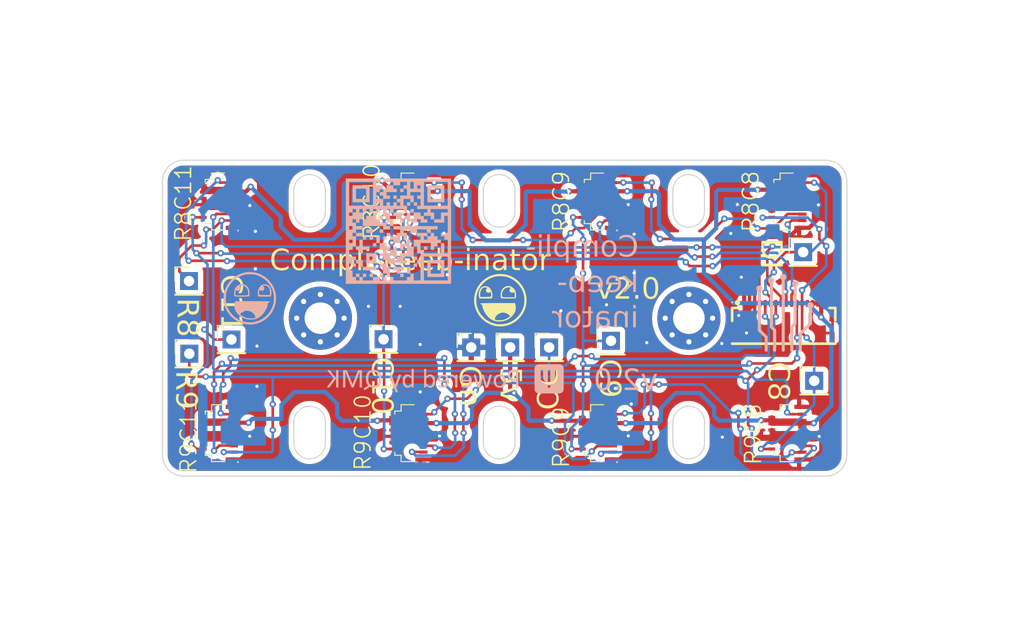
<source format=kicad_pcb>
(kicad_pcb (version 20221018) (generator pcbnew)
  (layers (0 "F.Cu" signal) (31 "B.Cu" signal) (34 "B.Paste" user) (35 "F.Paste" user) (36 "B.SilkS" user "B.Silkscreen") (37 "F.SilkS" user "F.Silkscreen") (38 "B.Mask" user) (39 "F.Mask" user) (44 "Edge.Cuts" user))
  (net 0 "")
  (net 1 "VCC")
  (net 2 "GND")
  (net 3 "col8")
  (net 4 "row8")
  (net 5 "from_row_9_DO")
  (net 6 "row9")
  (net 7 "col9")
  (net 8 "col10")
  (net 9 "col11")
  (net 10 "LED_DO_MACRO")
  (net 11 "LED_DI")
  (net 12 "Net-(R8C8-Pad3)")
  (net 13 "Net-(R8C10-Pad13)")
  (net 14 "Net-(R8C10-Pad3)")
  (net 15 "Net-(R9C8-Pad3)")
  (net 16 "Net-(R9C10-Pad13)")
  (net 17 "Net-(R9C10-Pad3)")
  (footprint "ct-kicad:FPC-SMD_FH26W-13S-0.3SHW-60" (layer "F.Cu") (at 138.321765 88.921524 90)
    (fp_text reference "R8C10")
    (fp_text value "FH26W-13S-0_3SHW(60)")
  )
  (footprint "ct-kicad:FPC-SMD_FH26W-13S-0.3SHW-60" (layer "F.Cu") (at 120.321765 88.921524 90)
    (fp_text reference "R8C11")
    (fp_text value "FH26W-13S-0_3SHW(60)")
  )
  (footprint "Connector_PinHeader_2.54mm:PinHeader_1x01_P2.54mm_Vertical" (layer "F.Cu") (at 157.6 102.15)
    (fp_text reference "J2" hide)
    (fp_text value "Conn_01x01_Socket")
  )
  (footprint "ct-kicad:FPC-SMD_FH26W-13S-0.3SHW-60" (layer "F.Cu") (at 138.321765 110.921524 90)
    (fp_text reference "R9C10")
    (fp_text value "FH26W-13S-0_3SHW(60)")
  )
  (footprint "Connector_PinHeader_2.54mm:PinHeader_1x01_P2.54mm_Vertical" (layer "F.Cu") (at 148.025 102.775)
    (fp_text reference "J9" hide)
    (fp_text value "Conn_01x01_Socket")
  )
  (footprint "Connector_PinHeader_2.54mm:PinHeader_1x01_P2.54mm_Vertical" (layer "F.Cu") (at 136 102)
    (fp_text reference "J3" hide)
    (fp_text value "Conn_01x01_Socket")
  )
  (footprint "Connector_PinHeader_2.54mm:PinHeader_1x01_P2.54mm_Vertical" (layer "F.Cu") (at 151.725 102.775)
    (fp_text reference "J5" hide)
    (fp_text value "Conn_01x01_Socket")
  )
  (footprint "ct-kicad:awesome-logo" (layer "F.Cu") (at 147.09 98.29)
    (fp_text reference "LOGO1" hide)
    (fp_text value "**REF" hide)
  )
  (footprint "MountingHole:MountingHole_3mm_Pad_Via" (layer "F.Cu") (at 130 100)
    (fp_text reference "H1" hide)
    (fp_text value "MountingHole")
  )
  (footprint "ct-kicad:FPC-SMD_FH26W-13S-0.3SHW-60" (layer "F.Cu") (at 156.321765 110.921524 90)
    (fp_text reference "R9C9")
    (fp_text value "FH26W-13S-0_3SHW(60)")
  )
  (footprint "Connector_PinHeader_2.54mm:PinHeader_1x01_P2.54mm_Vertical" (layer "F.Cu") (at 117.55 103.375)
    (fp_text reference "J7" hide)
    (fp_text value "Conn_01x01_Socket")
  )
  (footprint "Connector_PinHeader_2.54mm:PinHeader_1x01_P2.54mm_Vertical" (layer "F.Cu") (at 176.9 105.95)
    (fp_text reference "J1" hide)
    (fp_text value "Conn_01x01_Socket")
  )
  (footprint "MountingHole:MountingHole_3mm_Pad_Via" (layer "F.Cu") (at 165 100)
    (fp_text reference "H2" hide)
    (fp_text value "MountingHole")
  )
  (footprint "ct-kicad:FPC-SMD_FH26W-13S-0.3SHW-60" (layer "F.Cu") (at 174.321765 110.921524 90)
    (fp_text reference "R9C8")
    (fp_text value "FH26W-13S-0_3SHW(60)")
  )
  (footprint "Connector_PinHeader_2.54mm:PinHeader_1x01_P2.54mm_Vertical" (layer "F.Cu") (at 175.85 93.73)
    (fp_text reference "J8" hide)
    (fp_text value "Conn_01x01_Socket")
  )
  (footprint "Connector_PinHeader_2.54mm:PinHeader_1x01_P2.54mm_Vertical" (layer "F.Cu") (at 144.325 102.775)
    (fp_text reference "J10" hide)
    (fp_text value "Conn_01x01_Socket")
  )
  (footprint "ct-kicad:FPC-SMD_FH26W-13S-0.3SHW-60" (layer "F.Cu") (at 120.321765 110.921524 90)
    (fp_text reference "R9C11")
    (fp_text value "FH26W-13S-0_3SHW(60)")
  )
  (footprint "ct-kicad:FPC-SMD_16P-P0.50_HCTL_HC-FPC-05-10-16RLTAG" (layer "F.Cu") (at 174 100 180)
    (fp_text reference "MAIN1" hide)
    (fp_text value "HC-FPC-05-10-16RLTAG")
  )
  (footprint "Connector_PinHeader_2.54mm:PinHeader_1x01_P2.54mm_Vertical" (layer "F.Cu") (at 121.55 102.025)
    (fp_text reference "J4" hide)
    (fp_text value "Conn_01x01_Socket")
  )
  (footprint "ct-kicad:FPC-SMD_FH26W-13S-0.3SHW-60" (layer "F.Cu") (at 156.321765 88.921524 90)
    (fp_text reference "R8C9")
    (fp_text value "FH26W-13S-0_3SHW(60)")
  )
  (footprint "ct-kicad:FPC-SMD_FH26W-13S-0.3SHW-60" (layer "F.Cu") (at 174.321765 88.921524 90)
    (fp_text reference "R8C8")
    (fp_text value "FH26W-13S-0_3SHW(60)")
  )
  (footprint "Connector_PinHeader_2.54mm:PinHeader_1x01_P2.54mm_Vertical" (layer "F.Cu") (at 117.525 96.475)
    (fp_text reference "J6" hide)
    (fp_text value "Conn_01x01_Socket")
  )
  (footprint "ct-kicad:awesome-logo" (layer "B.Cu") (at 123.3 98.11 180)
    (fp_text reference "LOGO3" hide)
    (fp_text value "**REF" hide)
  )
  (footprint "ct-kicad:qmk-lite" (layer "B.Cu") (at 142 105.75 180)
    (fp_text reference "LOGO2" hide)
    (fp_text value "**REF" hide)
  )
  (footprint "ct-kicad:macropad-pcb-qr-10mm" (layer "B.Cu") (at 137.42 91.73 180)
    (fp_text reference "LOGO4" hide)
    (fp_text value "**REF" hide)
  )
  (footprint "ct-kicad:cyboard-logo-10mm" (layer "B.Cu") (at 173.96 99.09 180)
    (fp_text reference "LOGO5" hide)
    (fp_text value "**REF" hide)
  )
  (gr_arc (start 146.97934 113.35934) (mid 145.91868 112.92) (end 145.47934 111.85934) (stroke (width 0.1)) (layer "Edge.Cuts"))
  (gr_line (start 166.47934 87.85934) (end 166.47934 89.85934) (stroke (width 0.1)) (layer "Edge.Cuts"))
  (gr_arc (start 115 87) (mid 115.585786 85.585786) (end 117 85) (stroke (width 0.1)) (layer "Edge.Cuts"))
  (gr_line (start 146.97934 91.35934) (end 146.97934 91.35934) (stroke (width 0.1)) (layer "Edge.Cuts"))
  (gr_arc (start 166.47934 111.85934) (mid 166.04 112.92) (end 164.97934 113.35934) (stroke (width 0.1)) (layer "Edge.Cuts"))
  (gr_arc (start 130.47934 111.85934) (mid 130.04 112.92) (end 128.97934 113.35934) (stroke (width 0.1)) (layer "Edge.Cuts"))
  (gr_arc (start 164.97934 108.35934) (mid 166.04 108.79868) (end 166.47934 109.85934) (stroke (width 0.1)) (layer "Edge.Cuts"))
  (gr_arc (start 127.47934 87.85934) (mid 127.91868 86.79868) (end 128.97934 86.35934) (stroke (width 0.1)) (layer "Edge.Cuts"))
  (gr_line (start 128.97934 113.35934) (end 128.97934 113.35934) (stroke (width 0.1)) (layer "Edge.Cuts"))
  (gr_arc (start 128.97934 113.35934) (mid 127.91868 112.92) (end 127.47934 111.85934) (stroke (width 0.1)) (layer "Edge.Cuts"))
  (gr_line (start 163.47934 89.85934) (end 163.47934 87.85934) (stroke (width 0.1)) (layer "Edge.Cuts"))
  (gr_line (start 128.97934 108.35934) (end 128.97934 108.35934) (stroke (width 0.1)) (layer "Edge.Cuts"))
  (gr_line (start 130.47934 109.85934) (end 130.47934 111.85934) (stroke (width 0.1)) (layer "Edge.Cuts"))
  (gr_line (start 166.47934 109.85934) (end 166.47934 111.85934) (stroke (width 0.1)) (layer "Edge.Cuts"))
  (gr_arc (start 164.97934 91.35934) (mid 163.91868 90.92) (end 163.47934 89.85934) (stroke (width 0.1)) (layer "Edge.Cuts"))
  (gr_arc (start 128.97934 108.35934) (mid 130.04 108.79868) (end 130.47934 109.85934) (stroke (width 0.1)) (layer "Edge.Cuts"))
  (gr_arc (start 130.47934 89.85934) (mid 130.04 90.92) (end 128.97934 91.35934) (stroke (width 0.1)) (layer "Edge.Cuts"))
  (gr_line (start 128.97934 86.35934) (end 128.97934 86.35934) (stroke (width 0.1)) (layer "Edge.Cuts"))
  (gr_arc (start 145.47934 87.85934) (mid 145.91868 86.79868) (end 146.97934 86.35934) (stroke (width 0.1)) (layer "Edge.Cuts"))
  (gr_arc (start 145.47934 109.85934) (mid 145.91868 108.79868) (end 146.97934 108.35934) (stroke (width 0.1)) (layer "Edge.Cuts"))
  (gr_line (start 164.97934 113.35934) (end 164.97934 113.35934) (stroke (width 0.1)) (layer "Edge.Cuts"))
  (gr_line (start 127.47934 111.85934) (end 127.47934 109.85934) (stroke (width 0.1)) (layer "Edge.Cuts"))
  (gr_arc (start 128.97934 86.35934) (mid 130.04 86.79868) (end 130.47934 87.85934) (stroke (width 0.1)) (layer "Edge.Cuts"))
  (gr_line (start 164.97934 86.35934) (end 164.97934 86.35934) (stroke (width 0.1)) (layer "Edge.Cuts"))
  (gr_line (start 146.97934 108.35934) (end 146.97934 108.35934) (stroke (width 0.1)) (layer "Edge.Cuts"))
  (gr_line (start 115 113) (end 115 87) (stroke (width 0.1)) (layer "Edge.Cuts"))
  (gr_arc (start 164.97934 86.35934) (mid 166.04 86.79868) (end 166.47934 87.85934) (stroke (width 0.1)) (layer "Edge.Cuts"))
  (gr_arc (start 163.47934 109.85934) (mid 163.91868 108.79868) (end 164.97934 108.35934) (stroke (width 0.1)) (layer "Edge.Cuts"))
  (gr_line (start 128.97934 91.35934) (end 128.97934 91.35934) (stroke (width 0.1)) (layer "Edge.Cuts"))
  (gr_line (start 130.47934 87.85934) (end 130.47934 89.85934) (stroke (width 0.1)) (layer "Edge.Cuts"))
  (gr_arc (start 166.47934 89.85934) (mid 166.04 90.92) (end 164.97934 91.35934) (stroke (width 0.1)) (layer "Edge.Cuts"))
  (gr_arc (start 127.47934 109.85934) (mid 127.91868 108.79868) (end 128.97934 108.35934) (stroke (width 0.1)) (layer "Edge.Cuts"))
  (gr_line (start 117 85) (end 178 85) (stroke (width 0.1)) (layer "Edge.Cuts"))
  (gr_arc (start 146.97934 91.35934) (mid 145.91868 90.92) (end 145.47934 89.85934) (stroke (width 0.1)) (layer "Edge.Cuts"))
  (gr_line (start 180 87) (end 180 113) (stroke (width 0.1)) (layer "Edge.Cuts"))
  (gr_line (start 164.97934 91.35934) (end 164.97934 91.35934) (stroke (width 0.1)) (layer "Edge.Cuts"))
  (gr_line (start 164.97934 108.35934) (end 164.97934 108.35934) (stroke (width 0.1)) (layer "Edge.Cuts"))
  (gr_arc (start 148.47934 89.85934) (mid 148.04 90.92) (end 146.97934 91.35934) (stroke (width 0.1)) (layer "Edge.Cuts"))
  (gr_arc (start 164.97934 113.35934) (mid 163.91868 112.92) (end 163.47934 111.85934) (stroke (width 0.1)) (layer "Edge.Cuts"))
  (gr_arc (start 178 85) (mid 179.414214 85.585786) (end 180 87) (stroke (width 0.1)) (layer "Edge.Cuts"))
  (gr_line (start 148.47934 109.85934) (end 148.47934 111.85934) (stroke (width 0.1)) (layer "Edge.Cuts"))
  (gr_line (start 148.47934 87.85934) (end 148.47934 89.85934) (stroke (width 0.1)) (layer "Edge.Cuts"))
  (gr_arc (start 146.97934 86.35934) (mid 148.04 86.79868) (end 148.47934 87.85934) (stroke (width 0.1)) (layer "Edge.Cuts"))
  (gr_arc (start 180 113) (mid 179.414214 114.414214) (end 178 115) (stroke (width 0.1)) (layer "Edge.Cuts"))
  (gr_line (start 145.47934 111.85934) (end 145.47934 109.85934) (stroke (width 0.1)) (layer "Edge.Cuts"))
  (gr_arc (start 146.97934 108.35934) (mid 148.04 108.79868) (end 148.47934 109.85934) (stroke (width 0.1)) (layer "Edge.Cuts"))
  (gr_arc (start 148.47934 111.85934) (mid 148.04 112.92) (end 146.97934 113.35934) (stroke (width 0.1)) (layer "Edge.Cuts"))
  (gr_line (start 127.47934 89.85934) (end 127.47934 87.85934) (stroke (width 0.1)) (layer "Edge.Cuts"))
  (gr_line (start 146.97934 86.35934) (end 146.97934 86.35934) (stroke (width 0.1)) (layer "Edge.Cuts"))
  (gr_line (start 145.47934 89.85934) (end 145.47934 87.85934) (stroke (width 0.1)) (layer "Edge.Cuts"))
  (gr_arc (start 117 115) (mid 115.585786 114.414214) (end 115 113) (stroke (width 0.1)) (layer "Edge.Cuts"))
  (gr_line (start 163.47934 111.85934) (end 163.47934 109.85934) (stroke (width 0.1)) (layer "Edge.Cuts"))
  (gr_line (start 146.97934 113.35934) (end 146.97934 113.35934) (stroke (width 0.1)) (layer "Edge.Cuts"))
  (gr_line (start 178 115) (end 117 115) (stroke (width 0.1)) (layer "Edge.Cuts"))
  (gr_arc (start 128.97934 91.35934) (mid 127.91868 90.92) (end 127.47934 89.85934) (stroke (width 0.1)) (layer "Edge.Cuts"))
  (gr_arc (start 163.47934 87.85934) (mid 163.91868 86.79868) (end 164.97934 86.35934) (stroke (width 0.1)) (layer "Edge.Cuts"))
  (gr_text "v2.0" (at 162.06 107.16) (layer "B.SilkS") (effects (font (size 2 2)) (justify left bottom mirror)))
  (gr_text "Compli-\nkeeb-\ninator" (at 160.22 101.21) (layer "B.SilkS") (effects (font (size 2 2)) (justify left bottom mirror)))
  (gr_text "C9" (at 156.2 103.85 -90) (layer "F.SilkS") (effects (font (size 2 2) (thickness 0.25)) (justify left bottom)))
  (gr_text "R9" (at 115.975 104.95 -90) (layer "F.SilkS") (effects (font (size 2 2) (thickness 0.25)) (justify left bottom)))
  (gr_text "5v" (at 146.775 104.6 270) (layer "F.SilkS") (effects (font (size 2 2) (thickness 0.25)) (justify left bottom)))
  (gr_text "C8" (at 172.225 104.125 -90) (layer "F.SilkS") (effects (font (size 2 2) (thickness 0.25)) (justify left bottom)))
  (gr_text "C11" (at 120.25 95.825 -90) (layer "F.SilkS") (effects (font (size 2 2) (thickness 0.25)) (justify left bottom)))
  (gr_text "Compli-keeb-inator" (at 125.175 95.775) (layer "F.SilkS") (effects (font (size 2 2)) (justify left bottom)))
  (gr_text "v2.0" (at 156.17 98.49) (layer "F.SilkS") (effects (font (size 2 2)) (justify left bottom)))
  (gr_text "DI" (at 171.54 92.38 -90) (layer "F.SilkS") (effects (font (size 2 2) (thickness 0.25)) (justify left bottom)))
  (gr_text "R8" (at 116.1 98.075 -90) (layer "F.SilkS") (effects (font (size 2 2) (thickness 0.25)) (justify left bottom)))
  (gr_text "DO" (at 150.225 104.375 -90) (layer "F.SilkS") (effects (font (size 2 2) (thickness 0.25)) (justify left bottom)))
  (gr_text "C10" (at 134.575 103.675 -90) (layer "F.SilkS") (effects (font (size 2 2) (thickness 0.25)) (justify left bottom)))
  (gr_text "Gn" (at 142.925 104.475 270) (layer "F.SilkS") (effects (font (size 2 2) (thickness 0.25)) (justify left bottom)))
  (segment (start 175.771956 109.722515) (end 175.771956 109.97) (width 0.4) (layer "F.Cu") (net 1))
  (segment (start 172.87 109.7) (end 172.87 109.42) (width 0.4) (layer "F.Cu") (net 1))
  (segment (start 136.87 88.020203) (end 136.87 87.42) (width 0.4) (layer "F.Cu") (net 1))
  (segment (start 154.87 109.42) (end 155.172515 109.722515) (width 0.4) (layer "F.Cu") (net 1))
  (segment (start 154.87 87.42) (end 155.172515 87.722515) (width 0.4) (layer "F.Cu") (net 1))
  (segment (start 175.771956 109.97) (end 175.771956 110.322413) (width 0.4) (layer "F.Cu") (net 1))
  (segment (start 121.771956 87.98) (end 122.92 87.98) (width 0.4) (layer "F.Cu") (net 1))
  (segment (start 136.87 109.42) (end 136.87 109.7) (width 0.4) (layer "F.Cu") (net 1))
  (segment (start 119.172515 87.722515) (end 121.771956 87.722515) (width 0.4) (layer "F.Cu") (net 1))
  (segment (start 154.34 87.95) (end 154.87 87.42) (width 0.4) (layer "F.Cu") (net 1))
  (segment (start 121.771956 87.98) (end 121.771956 88.322972) (width 0.25) (layer "F.Cu") (net 1))
  (segment (start 157.771956 87.95) (end 157.771956 87.722515) (width 0.4) (layer "F.Cu") (net 1))
  (segment (start 171.85 109.7) (end 172.87 109.7) (width 0.4) (layer "F.Cu") (net 1))
  (segment (start 177.56 99.91) (end 177.56 98.78506) (width 0.4) (layer "F.Cu") (net 1))
  (segment (start 175.469187 110.020203) (end 175.771956 110.322972) (width 0.25) (layer "F.Cu") (net 1))
  (segment (start 154.87 88.020203) (end 157.469187 88.020203) (width 0.4) (layer "F.Cu") (net 1))
  (segment (start 175.469187 88.020203) (end 175.771956 88.322972) (width 0.25) (layer "F.Cu") (net 1))
  (segment (start 119.172515 109.722515) (end 121.771956 109.722515) (width 0.4) (layer "F.Cu") (net 1))
  (segment (start 154.87 110.020203) (end 157.469187 110.020203) (width 0.4) (layer "F.Cu") (net 1))
  (segment (start 153.6 87.95) (end 154.34 87.95) (width 0.4) (layer "F.Cu") (net 1))
  (segment (start 122.92 87.98) (end 123.38 87.52) (width 0.4) (layer "F.Cu") (net 1))
  (segment (start 118.87 87.42) (end 118.87 88.020203) (width 0.4) (layer "F.Cu") (net 1))
  (segment (start 157.771956 110.322972) (end 157.771956 109.98) (width 0.25) (layer "F.Cu") (net 1))
  (segment (start 135.44 109.7) (end 136.87 109.7) (width 0.4) (layer "F.Cu") (net 1))
  (segment (start 137.172515 87.722515) (end 139.771956 87.722515) (width 0.4) (layer "F.Cu") (net 1))
  (segment (start 172.87 109.42) (end 173.172515 109.722515) (width 0.4) (layer "F.Cu") (net 1))
  (segment (start 118.87 110.020203) (end 121.469187 110.020203) (width 0.4) (layer "F.Cu") (net 1))
  (segment (start 121.771956 110.02) (end 121.771956 110.322972) (width 0.25) (layer "F.Cu") (net 1))
  (segment (start 135.86 87.010203) (end 136.87 88.020203) (width 0.4) (layer "F.Cu") (net 1))
  (segment (start 177.56 98.78506) (end 177.750064 98.594996) (width 0.4) (layer "F.Cu") (net 1))
  (segment (start 118.87 88.020203) (end 121.469187 88.020203) (width 0.4) (layer "F.Cu") (net 1))
  (segment (start 157.771956 88.322972) (end 157.771956 87.95) (width 0.25) (layer "F.Cu") (net 1))
  (segment (start 136.87 87.42) (end 137.172515 87.722515) (width 0.4) (layer "F.Cu") (net 1))
  (segment (start 148.025 106.745) (end 148.025 102.775) (width 0.4) (layer "F.Cu") (net 1))
  (segment (start 173.172515 87.722515) (end 175.771956 87.722515) (width 0.4) (layer "F.Cu") (net 1))
  (segment (start 139.771956 109.722515) (end 139.771956 109.99) (width 0.4) (layer "F.Cu") (net 1))
  (segment (start 139.771956 87.98) (end 141.07 87.98) (width 0.4) (layer "F.Cu") (net 1))
  (segment (start 139.771956 109.99) (end 139.771956 110.322972) (width 0.25) (layer "F.Cu") (net 1))
  (segment (start 157.771956 87.95) (end 159.13 87.95) (width 0.4) (layer "F.Cu") (net 1))
  (segment (start 155.172515 109.722515) (end 157.771956 109.722515) (width 0.4) (layer "F.Cu") (net 1))
  (segment (start 139.469187 88.020203) (end 139.771956 88.322972) (width 0.25) (layer "F.Cu") (net 1))
  (segment (start 172.87 110.020203) (end 172.87 109.7) (width 0.4) (layer "F.Cu") (net 1))
  (segment (start 118.87 87.42) (end 119.172515 87.722515) (width 0.4) (layer "F.Cu") (net 1))
  (segment (start 154.87 109.74) (end 154.87 110.020203) (width 0.4) (layer "F.Cu") (net 1))
  (segment (start 157.469187 110.020203) (end 157.771956 110.322972) (width 0.25) (layer "F.Cu") (net 1))
  (segment (start 141.02 109.97) (end 139.791956 109.97) (width 0.4) (layer "F.Cu") (net 1))
  (segment (start 136.87 109.7) (end 136.87 110.020203) (width 0.4) (layer "F.Cu") (net 1))
  (segment (start 136.87 110.020203) (end 139.469187 110.020203) (width 0.4) (layer "F.Cu") (net 1))
  (segment (start 175.771956 88.322972) (end 175.771956 87.722515) (width 0.25) (layer "F.Cu") (net 1))
  (segment (start 141.07 87.98) (end 141.12 87.93) (width 0.4) (layer "F.Cu") (net 1))
  (segment (start 121.469187 110.020203) (end 121.771956 110.322972) (width 0.25) (layer "F.Cu") (net 1))
  (segment (start 123.17 109.93) (end 121.861956 109.93) (width 0.4) (layer "F.Cu") (net 1))
  (segment (start 154.87 88.020203) (end 154.87 87.42) (width 0.4) (layer "F.Cu") (net 1))
  (segment (start 139.791956 109.97) (end 139.771956 109.99) (width 0.4) (layer "F.Cu") (net 1))
  (segment (start 173.172515 109.722515) (end 175.771956 109.722515) (width 0.4) (layer "F.Cu") (net 1))
  (segment (start 154.87 109.42) (end 154.87 109.74) (width 0.4) (layer "F.Cu") (net 1))
  (segment (start 121.771956 109.722515) (end 121.771956 110.02) (width 0.4) (layer "F.Cu") (net 1))
  (segment (start 157.469187 88.020203) (end 157.771956 88.322972) (width 0.25) (layer "F.Cu") (net 1))
  (segment (start 148.38 107.1) (end 148.025 106.745) (width 0.4) (layer "F.Cu") (net 1))
  (segment (start 139.469187 110.020203) (end 139.771956 110.322972) (width 0.25) (layer "F.Cu") (net 1))
  (segment (start 135.86 86.95) (end 135.86 87.010203) (width 0.4) (layer "F.Cu") (net 1))
  (segment (start 172.87 87.42) (end 172.87 88.020203) (width 0.4) (layer "F.Cu") (net 1))
  (segment (start 151.985 109.74) (end 154.87 109.74) (width 0.4) (layer "F.Cu") (net 1))
  (segment (start 121.469187 88.020203) (end 121.771956 88.322972) (width 0.25) (layer "F.Cu") (net 1))
  (segment (start 171.53 87.8) (end 172.49 87.8) (width 0.4) (layer "F.Cu") (net 1))
  (segment (start 118.87 109.42) (end 118.87 110.020203) (width 0.4) (layer "F.Cu") (net 1))
  (segment (start 177.750064 98.594996) (end 176.750064 98.594996) (width 0.4) (layer "F.Cu") (net 1))
  (segment (start 118.87 109.42) (end 119.172515 109.722515) (width 0.4) (layer "F.Cu") (net 1))
  (segment (start 121.861956 109.93) (end 121.771956 110.02) (width 0.4) (layer "F.Cu") (net 1))
  (segment (start 139.771956 87.98) (end 139.771956 87.722515) (width 0.4) (layer "F.Cu") (net 1))
  (segment (start 159.13 87.95) (end 159.14 87.94) (width 0.4) (layer "F.Cu") (net 1))
  (segment (start 172.87 88.020203) (end 175.469187 88.020203) (width 0.4) (layer "F.Cu") (net 1))
  (segment (start 172.87 87.42) (end 173.172515 87.722515) (width 0.4) (layer "F.Cu") (net 1))
  (segment (start 151.975 109.73) (end 151.985 109.74) (width 0.4) (layer "F.Cu") (net 1))
  (segment (start 157.771956 109.98) (end 157.771956 109.722515) (width 0.4) (layer "F.Cu") (net 1))
  (segment (start 158.99 109.97) (end 157.781956 109.97) (width 0.4) (layer "F.Cu") (net 1))
  (segment (start 136.87 88.020203) (end 139.469187 88.020203) (width 0.4) (layer "F.Cu") (net 1))
  (segment (start 176.750064 98.594996) (end 176.300064 98.594996) (width 0.4) (layer "F.Cu") (net 1))
  (segment (start 172.87 110.020203) (end 175.469187 110.020203) (width 0.4) (layer "F.Cu") (net 1))
  (segment (start 175.771956 109.97) (end 176.86 109.97) (width 0.4) (layer "F.Cu") (net 1))
  (segment (start 139.771956 88.322972) (end 139.771956 87.98) (width 0.25) (layer "F.Cu") (net 1))
  (segment (start 135.4 109.74) (end 135.44 109.7) (width 0.4) (layer "F.Cu") (net 1))
  (segment (start 137.172515 109.722515) (end 139.771956 109.722515) (width 0.4) (layer "F.Cu") (net 1))
  (segment (start 157.781956 109.97) (end 157.771956 109.98) (width 0.4) (layer "F.Cu") (net 1))
  (segment (start 155.172515 87.722515) (end 157.771956 87.722515) (width 0.4) (layer "F.Cu") (net 1))
  (segment (start 136.87 109.42) (end 137.172515 109.722515) (width 0.4) (layer "F.Cu") (net 1))
  (segment (start 172.49 87.8) (end 172.87 87.42) (width 0.4) (layer "F.Cu") (net 1))
  (segment (start 121.771956 87.722515) (end 121.771956 87.98) (width 0.4) (layer "F.Cu") (net 1))
  (via (at 135.4 109.74) (size 0.6) (drill 0.3) (layers "F.Cu" "B.Cu") (net 1))
  (via (at 123.17 109.93) (size 0.6) (drill 0.3) (layers "F.Cu" "B.Cu") (net 1))
  (via (at 123.38 87.52) (size 0.6) (drill 0.3) (layers "F.Cu" "B.Cu") (net 1))
  (via (at 158.99 109.97) (size 0.6) (drill 0.3) (layers "F.Cu" "B.Cu") (net 1))
  (via (at 141.12 87.93) (size 0.6) (drill 0.3) (layers "F.Cu" "B.Cu") (net 1))
  (via (at 171.85 109.7) (size 0.6) (drill 0.3) (layers "F.Cu" "B.Cu") (net 1))
  (via (at 159.14 87.94) (size 0.6) (drill 0.3) (layers "F.Cu" "B.Cu") (net 1))
  (via (at 177.56 99.91) (size 0.6) (drill 0.3) (layers "F.Cu" "B.Cu") (net 1))
  (via (at 171.53 87.8) (size 0.6) (drill 0.3) (layers "F.Cu" "B.Cu") (net 1))
  (via (at 148.38 107.1) (size 0.6) (drill 0.3) (layers "F.Cu" "B.Cu") (net 1))
  (via (at 176.86 109.97) (size 0.6) (drill 0.3) (layers "F.Cu" "B.Cu") (net 1))
  (via (at 151.975 109.73) (size 0.6) (drill 0.3) (layers "F.Cu" "B.Cu") (net 1))
  (via (at 135.86 86.95) (size 0.6) (drill 0.3) (layers "F.Cu" "B.Cu") (net 1))
  (via (at 141.02 109.97) (size 0.6) (drill 0.3) (layers "F.Cu" "B.Cu") (net 1))
  (via (at 153.6 87.95) (size 0.6) (drill 0.3) (layers "F.Cu" "B.Cu") (net 1))
  (segment (start 148.38 107.1) (end 149.76 108.48) (width 0.4) (layer "B.Cu") (net 1))
  (segment (start 148 92.61) (end 149.5 91.11) (width 0.4) (layer "B.Cu") (net 1))
  (segment (start 167.4 109.27) (end 167.4 108.475) (width 0.4) (layer "B.Cu") (net 1))
  (segment (start 163.54 92.48) (end 163.58 92.52) (width 0.4) (layer "B.Cu") (net 1))
  (segment (start 176.22 98.57) (end 177.56 99.91) (width 0.4) (layer "B.Cu") (net 1))
  (segment (start 166.425 92.685) (end 166.425 95.705) (width 0.4) (layer "B.Cu") (net 1))
  (segment (start 159.14 87.94) (end 161.86 87.94) (width 0.4) (layer "B.Cu") (net 1))
  (segment (start 163.775 107.1) (end 162.35 108.525) (width 0.4) (layer "B.Cu") (net 1))
  (segment (start 162.09 109.97) (end 158.99 109.97) (width 0.4) (layer "B.Cu") (net 1))
  (segment (start 166.425 95.705) (end 169.29 98.57) (width 0.4) (layer "B.Cu") (net 1))
  (segment (start 145.7 92.61) (end 148 92.61) (width 0.4) (layer "B.Cu") (net 1))
  (segment (start 144.18 91.09) (end 145.65 92.56) (width 0.4) (layer "B.Cu") (net 1))
  (segment (start 161.86 87.94) (end 162.16 88.24) (width 0.4) (layer "B.Cu") (net 1))
  (segment (start 149.88 109.73) (end 151.975 109.73) (width 0.4) (layer "B.Cu") (net 1))
  (segment (start 135.86 86.95) (end 132.6 86.95) (width 0.4) (layer "B.Cu") (net 1))
  (segment (start 131.175 92.55) (end 132.225 91.5) (width 0.4) (layer "B.Cu") (net 1))
  (segment (start 126.3 109.56) (end 123.54 109.56) (width 0.4) (layer "B.Cu") (net 1))
  (segment (start 167.59 88.01) (end 167.79 87.81) (width 0.4) (layer "B.Cu") (net 1))
  (segment (start 162.16 91.1) (end 163.54 92.48) (width 0.4) (layer "B.Cu") (net 1))
  (segment (start 131.6 109.27) (end 131.6 108.14) (width 0.4) (layer "B.Cu") (net 1))
  (segment (start 135.4 109.74) (end 132.07 109.74) (width 0.4) (layer "B.Cu") (net 1))
  (segment (start 167.79 87.81) (end 171.52 87.81) (width 0.4) (layer "B.Cu") (net 1))
  (segment (start 167.85 109.72) (end 167.4 109.27) (width 0.4) (layer "B.Cu") (net 1))
  (segment (start 153.58 87.97) (end 153.6 87.95) (width 0.4) (layer "B.Cu") (net 1))
  (segment (start 148.38 107.1) (end 145.66 107.1) (width 0.4) (layer "B.Cu") (net 1))
  (segment (start 126.23 90.37) (end 126.23 91.26) (width 0.4) (layer "B.Cu") (net 1))
  (segment (start 178.54 100.89) (end 177.56 99.91) (width 0.4) (layer "B.Cu") (net 1))
  (segment (start 127.53 107.01) (end 126.3 108.24) (width 0.4) (layer "B.Cu") (net 1))
  (segment (start 141.12 87.93) (end 144.16 87.93) (width 0.4) (layer "B.Cu") (net 1))
  (segment (start 162.35 109.71) (end 162.09 109.97) (width 0.4) (layer "B.Cu") (net 1))
  (segment (start 130.47 107.01) (end 127.53 107.01) (width 0.4) (layer "B.Cu") (net 1))
  (segment (start 144.16 87.93) (end 144.18 87.95) (width 0.4) (layer "B.Cu") (net 1))
  (segment (start 167.4 108.475) (end 166.025 107.1) (width 0.4) (layer "B.Cu") (net 1))
  (segment (start 144.4 109.52) (end 143.95 109.97) (width 0.4) (layer "B.Cu") (net 1))
  (segment (start 132.07 109.74) (end 131.6 109.27) (width 0.4) (layer "B.Cu") (net 1))
  (segment (start 145.66 107.1) (end 144.4 108.36) (width 0.4) (layer "B.Cu") (net 1))
  (segment (start 144.18 87.95) (end 144.18 91.09) (width 0.4) (layer "B.Cu") (net 1))
  (segment (start 149.5 88.09) (end 149.62 87.97) (width 0.4) (layer "B.Cu") (net 1))
  (segment (start 166.26 92.52) (end 166.53 92.52) (width 0.4) (layer "B.Cu") (net 1))
  (segment (start 166.53 92.52) (end 167.59 91.46) (width 0.4) (layer "B.Cu") (net 1))
  (segment (start 127.52 92.55) (end 131.175 92.55) (width 0.4) (layer "B.Cu") (net 1))
  (segment (start 143.95 109.97) (end 141.02 109.97) (width 0.4) (layer "B.Cu") (net 1))
  (segment (start 123.38 87.52) (end 126.23 90.37) (width 0.4) (layer "B.Cu") (net 1))
  (segment (start 162.16 88.24) (end 162.16 91.1) (width 0.4) (layer "B.Cu") (net 1))
  (segment (start 162.35 108.525) (end 162.35 109.71) (width 0.4) (layer "B.Cu") (net 1))
  (segment (start 166.26 92.52) (end 166.425 92.685) (width 0.4) (layer "B.Cu") (net 1))
  (segment (start 167.59 91.46) (end 167.59 88.01) (width 0.4) (layer "B.Cu") (net 1))
  (segment (start 149.76 109.61) (end 149.88 109.73) (width 0.4) (layer "B.Cu") (net 1))
  (segment (start 169.29 98.57) (end 176.22 98.57) (width 0.4) (layer "B.Cu") (net 1))
  (segment (start 171.83 109.72) (end 167.85 109.72) (width 0.4) (layer "B.Cu") (net 1))
  (segment (start 171.85 109.7) (end 171.83 109.72) (width 0.4) (layer "B.Cu") (net 1))
  (segment (start 144.4 108.36) (end 144.4 109.52) (width 0.4) (layer "B.Cu") (net 1))
  (segment (start 149.5 91) (end 149.5 88.09) (width 0.4) (layer "B.Cu") (net 1))
  (segment (start 166.025 107.1) (end 163.775 107.1) (width 0.4) (layer "B.Cu") (net 1))
  (segment (start 176.86 109.97) (end 178.54 108.29) (width 0.4) (layer "B.Cu") (net 1))
  (segment (start 149.76 108.48) (end 149.76 109.61) (width 0.4) (layer "B.Cu") (net 1))
  (segment (start 178.54 107.91) (end 178.54 100.89) (width 0.4) (layer "B.Cu") (net 1))
  (segment (start 126.3 108.24) (end 126.3 109.56) (width 0.4) (layer "B.Cu") (net 1))
  (segment (start 163.58 92.52) (end 166.26 92.52) (width 0.4) (layer "B.Cu") (net 1))
  (segment (start 145.65 92.56) (end 145.7 92.61) (width 0.4) (layer "B.Cu") (net 1))
  (segment (start 132.6 86.95) (end 132.225 87.325) (width 0.4) (layer "B.Cu") (net 1))
  (segment (start 131.6 108.14) (end 130.47 107.01) (width 0.4) (layer "B.Cu") (net 1))
  (segment (start 132.225 87.325) (end 132.225 91.5) (width 0.4) (layer "B.Cu") (net 1))
  (segment (start 149.5 91.11) (end 149.5 91) (width 0.4) (layer "B.Cu") (net 1))
  (segment (start 123.54 109.56) (end 123.17 109.93) (width 0.4) (layer "B.Cu") (net 1))
  (segment (start 171.52 87.81) (end 171.53 87.8) (width 0.4) (layer "B.Cu") (net 1))
  (segment (start 149.62 87.97) (end 153.58 87.97) (width 0.4) (layer "B.Cu") (net 1))
  (segment (start 126.23 91.26) (end 127.52 92.55) (width 0.4) (layer "B.Cu") (net 1))
  (segment (start 178.54 108.29) (end 178.54 107.91) (width 0.4) (layer "B.Cu") (net 1))
  (segment (start 121.771956 89.522362) (end 123.077638 89.522362) (width 0.4) (layer "F.Cu") (net 2))
  (segment (start 177.6 88.94) (end 177.3 89.24) (width 0.4) (layer "F.Cu") (net 2))
  (segment (start 119.172261 110.922413) (end 121.771956 110.922413) (width 0.4) (layer "F.Cu") (net 2))
  (segment (start 177.56 111.04) (end 177.375 111.225) (width 0.4) (layer "F.Cu") (net 2))
  (segment (start 177.017638 89.522362) (end 177.3 89.24) (width 0.4) (layer "F.Cu") (net 2))
  (segment (start 155.167181 111.522362) (end 157.771956 111.522362) (width 0.4) (layer "F.Cu") (net 2))
  (segment (start 139.466139 108.42254) (end 139.466139 107.008861) (width 0.4) (layer "F.Cu") (net 2))
  (segment (start 178.43 102.63) (end 178.635001 102.424999) (width 0.4) (layer "F.Cu") (net 2))
  (segment (start 157.466139 86.42254) (end 159.64754 86.42254) (width 0.4) (layer "F.Cu") (net 2))
  (segment (start 118.87 89.819543) (end 119.167181 89.522362) (width 0.25) (layer "F.Cu") (net 2))
  (segment (start 141.29 90.551155) (end 141.29 89.22) (width 0.4) (layer "F.Cu") (net 2))
  (segment (start 122.420647 91.420508) (end 123.3 90.541155) (width 0.4) (layer "F.Cu") (net 2))
  (segment (start 159.24 111.18) (end 159.695 111.18) (width 0.4) (layer "F.Cu") (net 2))
  (segment (start 139.771956 110.922413) (end 141.042413 110.922413) (width 0.4) (layer "F.Cu") (net 2))
  (segment (start 121.771956 111.522362) (end 122.977638 111.522362) (width 0.4) (layer "F.Cu") (net 2))
  (segment (start 157.771956 88.922413) (end 158.952413 88.922413) (width 0.4) (layer "F.Cu") (net 2))
  (segment (start 123.49754 86.42254) (end 124.175 87.1) (width 0.4) (layer "F.Cu") (net 2))
  (segment (start 175.771956 111.522362) (end 175.771956 110.922413) (width 0.4) (layer "F.Cu") (net 2))
  (segment (start 169.73 99.74) (end 169.87 99.74) (width 0.4) (layer "F.Cu") (net 2))
  (segment (start 122.922413 88.922413) (end 123.3 89.3) (width 0.4) (layer "F.Cu") (net 2))
  (segment (start 139.475 107) (end 139.975 107) (width 0.4) (layer "F.Cu") (net 2))
  (segment (start 176.420647 91.420508) (end 177.3 90.541155) (width 0.4) (layer "F.Cu") (net 2))
  (segment (start 159.84 88.61) (end 159.24 89.21) (width 0.4) (layer "F.Cu") (net 2))
  (segment (start 154.87 88.620152) (end 155.172261 88.922413) (width 0.4) (layer "F.Cu") (net 2))
  (segment (start 118.87 111.819543) (end 119.167181 111.522362) (width 0.4) (layer "F.Cu") (net 2))
  (segment (start 159.8 92.025) (end 159.8 95.7) (width 0.4) (layer "F.Cu") (net 2))
  (segment (start 136.87 110.620152) (end 136.87 111.819543) (width 0.4) (layer "F.Cu") (net 2))
  (segment (start 119.172261 88.922413) (end 121.771956 88.922413) (width 0.4) (layer "F.Cu") (net 2))
  (segment (start 118.87 88.620152) (end 119.172261 88.922413) (width 0.25) (layer "F.Cu") (net 2))
  (segment (start 177.17254 108.42254) (end 177.56 108.81) (width 0.4) (layer "F.Cu") (net 2))
  (segment (start 121.771956 88.922413) (end 122.922413 88.922413) (width 0.4) (layer "F.Cu") (net 2))
  (segment (start 140.977638 111.522362) (end 141.31 111.19) (width 0.4) (layer "F.Cu") (net 2))
  (segment (start 170.704932 99.14) (end 171.249936 98.594996) (width 0.4) (layer "F.Cu") (net 2))
  (segment (start 173.172261 110.922413) (end 175.771956 110.922413) (width 0.4) (layer "F.Cu") (net 2))
  (segment (start 171.48 98.594996) (end 171.699936 98.594996) (width 0.4) (layer "F.Cu") (net 2))
  (segment (start 118.87 89.220102) (end 118.87 89.819543) (width 0.25) (layer "F.Cu") (net 2))
  (segment (start 157.771956 110.922413) (end 158.982413 110.922413) (width 0.4) (layer "F.Cu") (net 2))
  (segment (start 160.05 108.675) (end 159.525 108.15) (width 0.4) (layer "F.Cu") (net 2))
  (segment (start 170.249936 96.379936) (end 169.98 96.11) (width 0.4) (layer "F.Cu") (net 2))
  (segment (start 141.042413 110.922413) (end 141.31 111.19) (width 0.4) (layer "F.Cu") (net 2))
  (segment (start 170.47 102.22) (end 170.88 102.63) (width 0.4) (layer "F.Cu") (net 2))
  (segment (start 168.975 99.015) (end 168.975 91.95) (width 0.4) (layer "F.Cu") (net 2))
  (segment (start 172.87 110.620152) (end 172.87 111.819543) (width 0.4) (layer "F.Cu") (net 2))
  (segment (start 172.640102 111.45) (end 172.87 111.220102) (width 0.4) (layer "F.Cu") (net 2))
  (segment (start 122.977638 111.522362) (end 123.29 111.21) (width 0.4) (layer "F.Cu") (net 2))
  (segment (start 155.172261 88.922413) (end 157.771956 88.922413) (width 0.4) (layer "F.Cu") (net 2))
  (segment (start 175.771956 88.922413) (end 175.771956 89.29) (width 0.4) (layer "F.Cu") (net 2))
  (segment (start 169.620102 89.220102) (end 172.87 89.220102) (width 0.4) (layer "F.Cu") (net 2))
  (segment (start 171.64 92.67) (end 169.695 92.67) (width 0.4) (layer "F.Cu") (net 2))
  (segment (start 154.87 88.620152) (end 154.87 89.819543) (width 0.4) (layer "F.Cu") (net 2))
  (segment (start 139.466139 86.42254) (end 141.52254 86.42254) (width 0.4) (layer "F.Cu") (net 2))
  (segment (start 118.87 89.220102) (end 118.87 88.620152) (width 0.25) (layer "F.Cu") (net 2))
  (segment (start 136.87 111.819543) (end 137.167181 111.522362) (width 0.4) (layer "F.Cu") (net 2))
  (segment (start 170.47 101.4) (end 170.47 102.22) (width 0.4) (layer "F.Cu") (net 2))
  (segment (start 172.87 88.620152) (end 173.172261 88.922413) (width 0.4) (layer "F.Cu") (net 2))
  (segment (start 137.172261 88.922413) (end 139.771956 88.922413) (width 0.4) (layer "F.Cu") (net 2))
  (segment (start 139.475 107) (end 139.475 102.5) (width 0.4) (layer "F.Cu") (net 2))
  (segment (start 140.987638 89.522362) (end 141.29 89.22) (width 0.4) (layer "F.Cu") (net 2))
  (segment (start 137.167181 111.522362) (end 139.771956 111.522362) (width 0.4) (layer "F.Cu") (net 2))
  (segment (start 141.825 86.725) (end 141.825 88.685) (width 0.4) (layer "F.Cu") (net 2))
  (segment (start 154.87 89.819543) (end 155.167181 89.522362) (width 0.4) (layer "F.Cu") (net 2))
  (segment (start 124.175 87.1) (end 124.175 88.425) (width 0.4) (layer "F.Cu") (net 2))
  (segment (start 141.725 110.775) (end 141.31 111.19) (width 0.4) (layer "F.Cu") (net 2))
  (segment (start 170.47 98.644996) (end 170.42 98.594996) (width 0.4) (layer "F.Cu") (net 2))
  (segment (start 170.42 98.594996) (end 170.52 98.594996) (width 0.4) (layer "F.Cu") (net 2))
  (segment (start 156.6 99.3) (end 152.85 99.3) (width 0.4) (layer "F.Cu") (net 2))
  (segment (start 170.249936 98.594996) (end 170.42 98.594996) (width 0.4) (layer "F.Cu") (net 2))
  (segment (start 139.975 107) (end 141.725 108.75) (width 0.4) (layer "F.Cu") (net 2))
  (segment (start 157.771956 111.522362) (end 158.897638 111.522362) (width 0.4) (layer "F.Cu") (net 2))
  (segment (start 121.465885 91.420508) (end 122.420647 91.420508) (width 0.4) (layer "F.Cu") (net 2))
  (segment (start 175.771956 89.29) (end 175.771956 89.522362) (width 0.4) (layer "F.Cu") (net 2))
  (segment (start 123.29 112.551155) (end 123.29 111.21) (width 0.4) (layer "F.Cu") (net 2))
  (segment (start 170.47 101.4) (end 170.47 100.48) (width 0.4) (layer "F.Cu") (net 2))
  (segment (start 173.167181 111.522362) (end 175.771956 111.522362) (width 0.4) (layer "F.Cu") (net 2))
  (segment (start 137.172261 110.922413) (end 139.771956 110.922413) (width 0.4) (layer "F.Cu") (net 2))
  (segment (start 175.771956 89.522362) (end 177.017638 89.522362) (width 0.4) (layer "F.Cu") (net 2))
  (segment (start 123.975 110.525) (end 123.975 106.475) (width 0.4) (layer "F.Cu") (net 2))
  (segment (start 139.466139 107.008861) (end 139.475 107) (width 0.4) (layer "F.Cu") (net 2))
  (segment (start 118.87 110.620152) (end 118.87 111.819543) (width 0.4) (layer "F.Cu") (net 2))
  (segment (start 159.84 86.615) (end 159.84 88.61) (width 0.4) (layer "F.Cu") (net 2))
  (segment (start 136.87 88.620152) (end 136.87 89.819543) (width 0.4) (layer "F.Cu") (net 2))
  (segment (start 158.982413 110.922413) (end 159.24 111.18) (width 0.4) (layer "F.Cu") (net 2))
  (segment (start 121.771956 110.922413) (end 123.002413 110.922413) (width 0.4) (layer "F.Cu") (net 2))
  (segment (start 178.635001 102.424999) (end 178.635001 101.405004) (width 0.4) (layer "F.Cu") (net 2))
  (segment (start 154.87 110.620152) (end 154.87 111.819543) (width 0.4) (layer "F.Cu") (net 2))
  (segment (start 168.175 111.3) (end 168.325 111.45) (width 0.4) (layer "F.Cu") (net 2))
  (segment (start 168.15 108.65) (end 168.15 111.275) (width 0.4) (layer "F.Cu") (net 2))
  (segment (start 173.172261 88.922413) (end 175.771956 88.922413) (width 0.4) (layer "F.Cu") (net 2))
  (segment (start 141.52254 86.42254) (end 141.825 86.725) (width 0.4) (layer "F.Cu") (net 2))
  (segment (start 134.575 98.875) (end 137.575 98.875) (width 0.4) (layer "F.Cu") (net 2))
  (segment (start 175.702058 89.220102) (end 175.771956 89.29) (width 0.4) (layer "F.Cu") (net 2))
  (segment (start 177.375 111.225) (end 177.575 111.425) (width 0.4) (layer "F.Cu") (net 2))
  (segment (start 173.167181 89.522362) (end 175.771956 89.522362) (width 0.4) (layer "F.Cu") (net 2))
  (segment (start 136.87 88.620152) (end 137.172261 88.922413) (width 0.4) (layer "F.Cu") (net 2))
  (segment (start 170.52 98.594996) (end 171.48 98.594996) (width 0.4) (layer "F.Cu") (net 2))
  (segment (start 170.88 102.63) (end 178.43 102.63) (width 0.4) (layer "F.Cu") (net 2))
  (segment (start 139.771956 111.522362) (end 140.977638 111.522362) (width 0.4) (layer "F.Cu") (net 2))
  (segment (start 168.325 111.45) (end 172.640102 111.45) (width 0.4) (layer "F.Cu") (net 2))
  (segment (start 169.71 99.75) (end 168.975 99.015) (width 0.4) (layer "F.Cu") (net 2))
  (segment (start 168.125 102.065) (end 168.784996 101.405004) (width 0.4) (layer "F.Cu") (net 2))
  (segment (start 177.375 111.225) (end 177.077638 111.522362) (width 0.4) (layer "F.Cu") (net 2))
  (segment (start 177.072413 110.922413) (end 175.771956 110.922413) (width 0.4) (layer "F.Cu") (net 2))
  (segment (start 121.465885 113.420508) (end 122.420647 113.420508) (width 0.4) (layer "F.Cu") (net 2))
  (segment (start 170.47 99.14) (end 170.47 98.644996) (width 0.4) (layer "F.Cu") (net 2))
  (segment (start 170.464996 101.405004) (end 170.47 101.4) (width 0.4) (layer "F.Cu") (net 2))
  (segment (start 168.125 102.4) (end 168.125 108.625) (width 0.4) (layer "F.Cu") (net 2))
  (segment (start 169.695 92.67) (end 168.975 91.95) (width 0.4) (layer "F.Cu") (net 2))
  (segment (start 157.771956 110.922413) (end 157.771956 111.522362) (width 0.4) (layer "F.Cu") (net 2))
  (segment (start 141.725 91.925) (end 142.05 92.25) (width 0.4) (layer "F.Cu") (net 2))
  (segment (start 154.87 111.819543) (end 155.167181 111.522362) (width 0.4) (layer "F.Cu") (net 2))
  (segment (start 172.02 92.29) (end 171.64 92.67) (width 0.4) (layer "F.Cu") (net 2))
  (segment (start 161 102.325) (end 161 103.65) (width 0.4) (layer "F.Cu") (net 2))
  (segment (start 123.3 90.541155) (end 123.3 89.3) (width 0.4) (layer "F.Cu") (net 2))
  (segment (start 169.6 89.2) (end 169.620102 89.220102) (width 0.4) (layer "F.Cu") (net 2))
  (segment (start 170.47 100.48) (end 169.73 99.74) (width 0.4) (layer "F.Cu") (net 2))
  (segment (start 168.784996 101.405004) (end 169.364999 101.405004) (width 0.4) (layer "F.Cu") (net 2))
  (segment (start 169.87 99.74) (end 170.47 99.14) (width 0.4) (layer "F.Cu") (net 2))
  (segment (start 123.077638 89.522362) (end 123.3 89.3) (width 0.4) (layer "F.Cu") (net 2))
  (segment (start 175.465885 91.420508) (end 175.419492 91.420508) (width 0.4) (layer "F.Cu") (net 2))
  (segment (start 155.167181 89.522362) (end 157.771956 89.522362) (width 0.4) (layer "F.Cu") (net 2))
  (segment (start 175.465885 91.420508) (end 176.420647 91.420508) (width 0.4) (layer "F.Cu") (net 2))
  (segment (start 175.466139 86.42254) (end 177.18749 86.42254) (width 0.4) (layer "F.Cu") (net 2))
  (segment (start 169.364999 101.405004) (end 170.464996 101.405004) (width 0.4) (layer "F.Cu") (net 2))
  (segment (start 136.87 89.819543) (end 137.167181 89.522362) (width 0.4) (layer "F.Cu") (net 2))
  (segment (start 155.172261 110.922413) (end 157.771956 110.922413) (width 0.4) (layer "F.Cu") (net 2))
  (segment (start 139.771956 89.522362) (end 140.987638 89.522362) (width 0.4) (layer "F.Cu") (net 2))
  (segment (start 176.794442 113.420508) (end 175.465885 113.420508) (width 0.4) (layer "F.Cu") (net 2))
  (segment (start 177.375 111.225) (end 177.072413 110.922413) (width 0.4) (layer "F.Cu") (net 2))
  (segment (start 118.87 110.620152) (end 119.172261 110.922413) (width 0.4) (layer "F.Cu") (net 2))
  (segment (start 160.05 110.825) (end 160.05 108.675) (width 0.4) (layer "F.Cu") (net 2))
  (segment (start 158.897638 111.522362) (end 159.24 111.18) (width 0.4) (layer "F.Cu") (net 2))
  (segment (start 174.55 92.29) (end 172.02 92.29) (width 0.4) (layer "F.Cu") (net 2))
  (segment (start 168.125 108.625) (end 168.15 108.65) (width 0.4) (layer "F.Cu") (net 2))
  (segment (start 158.952413 88.922413) (end 159.24 89.21) (width 0.4) (layer "F.Cu") (net 2))
  (segment (start 139.465885 113.420508) (end 140.769442 113.420508) (width 0.4) (layer "F.Cu") (net 2))
  (segment (start 170.249936 98.594996) (end 170.249936 96.379936) (width 0.4) (layer "F.Cu") (net 2))
  (segment (start 172.87 110.620152) (end 173.172261 110.922413) (width 0.4) (layer "F.Cu") (net 2))
  (segment (start 140.992413 88.922413) (end 141.29 89.22) (width 0.4) (layer "F.Cu") (net 2))
  (segment (start 121.466139 86.42254) (end 123.49754 86.42254) (width 0.4) (layer "F.Cu") (net 2))
  (segment (start 169.71 99.75) (end 169.72 99.74) (width 0.4) (layer "F.Cu") (net 2))
  (segment (start 141.85 111.73) (end 141.31 111.19) (width 0.4) (layer "F.Cu") (net 2))
  (segment (start 157.771956 88.922413) (end 157.771956 89.522362) (width 0.4) (layer "F.Cu") (net 2))
  (segment (start 157.771956 89.522362) (end 158.927638 89.522362) (width 0.4) (layer "F.Cu") (net 2))
  (segment (start 121.771956 89.522362) (end 121.771956 88.922413) (width 0.4) (layer "F.Cu") (net 2))
  (segment (start 123.975 106.475) (end 123.975 102.65) (width 0.4) (layer "F.Cu") (net 2))
  (segment (start 141.825 88.685) (end 141.29 89.22) (width 0.4) (layer "F.Cu") (net 2))
  (segment (start 123.825 91.75) (end 123.825 95.325) (width 0.4) (layer "F.Cu") (net 2))
  (segment (start 176.982413 88.922413) (end 177.3 89.24) (width 0.4) (layer "F.Cu") (net 2))
  (segment (start 177.6 86.83505) (end 177.6 88.94) (width 0.4) (layer "F.Cu") (net 2))
  (segment (start 172.87 89.819543) (end 173.167181 89.522362) (width 0.4) (layer "F.Cu") (net 2))
  (segment (start 140.420647 91.420508) (end 141.29 90.551155) (width 0.4) (layer "F.Cu") (net 2))
  (segment (start 159.64754 86.42254) (end 159.84 86.615) (width 0.4) (layer "F.Cu") (net 2))
  (segment (start 154.87 110.620152) (end 155.172261 110.922413) (width 0.4) (layer "F.Cu") (net 2))
  (segment (start 159.24 112.601155) (end 159.24 111.18) (width 0.4) (layer "F.Cu") (net 2))
  (segment (start 170.47 99.14) (end 170.704932 99.14) (width 0.4) (layer "F.Cu") (net 2))
  (segment (start 172.87 89.220102) (end 175.702058 89.220102) (width 0.4) (layer "F.Cu") (net 2))
  (segment (start 139.771956 88.922413) (end 139.771956 89.522362) (width 0.4) (layer "F.Cu") (net 2))
  (segment (start 142.05 92.25) (end 142.05 95.875) (width 0.4) (layer "F.Cu") (net 2))
  (segment (start 140.769442 113.420508) (end 141.85 112.33995) (width 0.4) (layer "F.Cu") (net 2))
  (segment (start 158.420647 113.420508) (end 159.24 112.601155) (width 0.4) (layer "F.Cu") (net 2))
  (segment (start 119.167181 111.522362) (end 121.771956 111.522362) (width 0.4) (layer "F.Cu") (net 2))
  (segment (start 141.725 108.75) (end 141.725 110.775) (width 0.4) (layer "F.Cu") (net 2))
  (segment (start 172.87 111.819543) (end 173.167181 111.522362) (width 0.4) (layer "F.Cu") (net 2))
  (segment (start 177.575 111.425) (end 177.575 112.63995) (width 0.4) (layer "F.Cu") (net 2))
  (segment (start 159.525 105.125) (end 159.525 108.15) (width 0.4) (layer "F.Cu") (net 2))
  (segment (start 123.002413 110.922413) (end 123.29 111.21) (width 0.4) (layer "F.Cu") (net 2))
  (segment (start 175.771956 88.922413) (end 176.982413 88.922413) (width 0.4) (layer "F.Cu") (net 2))
  (segment (start 159.195508 91.420508) (end 159.8 92.025) (width 0.4) (layer "F.Cu") (net 2))
  (segment (start 124.175 88.425) (end 123.3 89.3) (width 0.4) (layer "F.Cu") (net 2))
  (segment (start 172.87 88.620152) (end 172.87 89.819543) (width 0.4) (layer "F.Cu") (net 2))
  (segment (start 161 103.65) (end 159.525 105.125) (width 0.4) (layer "F.Cu") (net 2))
  (segment (start 139.771956 111.522362) (end 139.771956 110.922413) (width 0.4) (layer "F.Cu") (net 2))
  (segment (start 169.72 99.74) (end 169.73 99.74) (width 0.4) (layer "F.Cu") (net 2))
  (segment (start 177.3 90.541155) (end 177.3 89.24) (width 0.4) (layer "F.Cu") (net 2))
  (segment (start 159.695 111.18) (end 160.05 110.825) (width 0.4) (layer "F.Cu") (net 2))
  (segment (start 119.167181 89.522362) (end 121.771956 89.522362) (width 0.4) (layer "F.Cu") (net 2))
  (segment (start 139.465885 91.420508) (end 140.420647 91.420508) (width 0.4) (layer "F.Cu") (net 2))
  (segment (start 157.466139 107.208861) (end 157.466139 108.42254) (width 0.4) (layer "F.Cu") (net 2))
  (segment (start 175.466139 108.42254) (end 177.17254 108.42254) (width 0.4) (layer "F.Cu") (net 2))
  (segment (start 137.167181 89.522362) (end 139.771956 89.522362) (width 0.4) (layer "F.Cu") (net 2))
  (segment (start 122.420647 113.420508) (end 123.29 112.551155) (width 0.4) (layer "F.Cu") (net 2))
  (segment (start 157.465885 91.420508) (end 159.195508 91.420508) (width 0.4) (layer "F.Cu") (net 2))
  (segment (start 177.56 108.81) (end 177.56 111.04) (width 0.4) (layer "F.Cu") (net 2))
  (segment (start 123.29 111.21) (end 123.975 110.525) (width 0.4) (layer "F.Cu") (net 2))
  (segment (start 168.15 111.275) (end 168.175 111.3) (width 0.4) (layer "F.Cu") (net 2))
  (segment (start 177.077638 111.522362) (end 175.771956 111.522362) (width 0.4) (layer "F.Cu") (net 2))
  (segment (start 141.85 112.33995) (end 141.85 111.73) (width 0.4) (layer "F.Cu") (net 2))
  (segment (start 177.18749 86.42254) (end 177.6 86.83505) (width 0.4) (layer "F.Cu") (net 2))
  (segment (start 158 106.675) (end 157.466139 107.208861) (width 0.4) (layer "F.Cu") (net 2))
  (segment (start 139.771956 88.922413) (end 140.992413 88.922413) (width 0.4) (layer "F.Cu") (net 2))
  (segment (start 177.575 112.63995) (end 176.794442 113.420508) (width 0.4) (layer "F.Cu") (net 2))
  (segment (start 168.125 102.4) (end 168.125 102.065) (width 0.4) (layer "F.Cu") (net 2))
  (segment (start 136.87 110.620152) (end 137.172261 110.922413) (width 0.4) (layer "F.Cu") (net 2))
  (segment (start 157.175 98.725) (end 156.6 99.3) (width 0.4) (layer "F.Cu") (net 2))
  (segment (start 157.465885 113.420508) (end 158.420647 113.420508) (width 0.4) (layer "F.Cu") (net 2))
  (segment (start 175.419492 91.420508) (end 174.55 92.29) (width 0.4) (layer "F.Cu") (net 2))
  (segment (start 121.771956 110.922413) (end 121.771956 111.522362) (width 0.4) (layer "F.Cu") (net 2))
  (segment (start 158.927638 89.522362) (end 159.24 89.21) (width 0.4) (layer "F.Cu") (net 2))
  (segment (start 169.6 89.2) (end 169.6 91.325) (width 0.4) (layer "F.Cu") (net 2))
  (segment (start 169.6 91.325) (end 168.975 91.95) (width 0.4) (layer "F.Cu") (net 2))
  (via (at 170.47 101.4) (size 0.6) (drill 0.3) (layers "F.Cu" "B.Cu") (net 2))
  (via (at 177.3 89.24) (size 0.6) (drill 0.3) (layers "F.Cu" "B.Cu") (net 2))
  (via (at 137.575 98.875) (size 0.6) (drill 0.3) (layers "F.Cu" "B.Cu") (net 2))
  (via (at 152.85 99.3) (size 0.6) (drill 0.3) (layers "F.Cu" "B.Cu") (net 2))
  (via (at 159.24 89.21) (size 0.6) (drill 0.3) (layers "F.Cu" "B.Cu") (net 2))
  (via (at 177.375 111.225) (size 0.6) (drill 0.3) (layers "F.Cu" "B.Cu") (net 2))
  (via (at 169.98 96.11) (size 0.6) (drill 0.3) (layers "F.Cu" "B.Cu") (net 2))
  (via (at 142.05 95.875) (size 0.6) (drill 0.3) (layers "F.Cu" "B.Cu") (net 2))
  (via (at 169.73 99.74) (size 0.6) (drill 0.3) (layers "F.Cu" "B.Cu") (net 2))
  (via (at 123.975 106.475) (size 0.6) (drill 0.3) (layers "F.Cu" "B.Cu") (net 2))
  (via (at 159.525 108.15) (size 0.6) (drill 0.3) (layers "F.Cu" "B.Cu") (net 2))
  (via (at 168.175 111.3) (size 0.6) (drill 0.3) (layers "F.Cu" "B.Cu") (net 2))
  (via (at 123.825 91.75) (size 0.6) (drill 0.3) (layers "F.Cu" "B.Cu") (net 2))
  (via (at 134.575 98.875) (size 0.6) (drill 0.3) (layers "F.Cu" "B.Cu") (net 2))
  (via (at 158 106.675) (size 0.6) (drill 0.3) (layers "F.Cu" "B.Cu") (net 2))
  (via (at 141.725 91.925) (size 0.6) (drill 0.3) (layers "F.Cu" "B.Cu") (net 2))
  (via (at 141.31 111.19) (size 0.6) (drill 0.3) (layers "F.Cu" "B.Cu") (net 2))
  (via (at 159.8 92.025) (size 0.6) (drill 0.3) (layers "F.Cu" "B.Cu") (net 2))
  (via (at 159.8 95.7) (size 0.6) (drill 0.3) (layers "F.Cu" "B.Cu") (net 2))
  (via (at 168.975 91.95) (size 0.6) (drill 0.3) (layers "F.Cu" "B.Cu") (net 2))
  (via (at 141.29 89.22) (size 0.6) (drill 0.3) (layers "F.Cu" "B.Cu") (net 2))
  (via (at 169.6 89.2) (size 0.6) (drill 0.3) (layers "F.Cu" "B.Cu") (net 2))
  (via (at 168.125 102.4) (size 0.6) (drill 0.3) (layers "F.Cu" "B.Cu") (net 2))
  (via (at 123.29 111.21) (size 0.6) (drill 0.3) (layers "F.Cu" "B.Cu") (net 2))
  (via (at 159.24 111.18) (size 0.6) (drill 0.3) (layers "F.Cu" "B.Cu") (net 2))
  (via (at 123.3 89.3) (size 0.6) (drill 0.3) (layers "F.Cu" "B.Cu") (net 2))
  (via (at 123.975 102.65) (size 0.6) (drill 0.3) (layers "F.Cu" "B.Cu") (net 2))
  (via (at 157.175 98.725) (size 0.6) (drill 0.3) (layers "F.Cu" "B.Cu") (net 2))
  (via (at 161 102.325) (size 0.6) (drill 0.3) (layers "F.Cu" "B.Cu") (net 2))
  (via (at 139.475 102.5) (size 0.6) (drill 0.3) (layers "F.Cu" "B.Cu") (net 2))
  (via (at 139.475 107) (size 0.6) (drill 0.3) (layers "F.Cu" "B.Cu") (net 2))
  (via (at 123.825 95.325) (size 0.6) (drill 0.3) (layers "F.Cu" "B.Cu") (net 2))
  (segment (start 175.75 97.34) (end 175.75 98.594932) (width 0.25) (layer "F.Cu") (net 3))
  (segment (start 172 90.45) (end 172.843556 90.45) (width 0.25) (layer "F.Cu") (net 3))
  (segment (start 175.75 98.594932) (end 175.750064 98.594996) (width 0.25) (layer "F.Cu") (net 3))
  (segment (start 175.750064 101.420064) (end 175.750064 98.594996) (width 0.25) (layer "F.Cu") (net 3))
  (segment (start 177.39 92.5) (end 178.051942 93.161942) (width 0.25) (layer "F.Cu") (net 3))
  (segment (start 176.18 101.85) (end 175.750064 101.420064) (width 0.25) (layer "F.Cu") (net 3))
  (segment (start 172.843556 90.45) (end 172.87 90.423556) (width 0.25) (layer "F.Cu") (net 3))
  (segment (start 172.87 112.423556) (end 171.851444 112.423556) (width 0.25) (layer "F.Cu") (net 3))
  (segment (start 177.39 91.54) (end 177.39 92.5) (width 0.25) (layer "F.Cu") (net 3))
  (segment (start 171.851444 112.423556) (end 171.85 112.425) (width 0.25) (layer "F.Cu") (net 3))
  (via (at 172 90.45) (size 0.6) (drill 0.3) (layers "F.Cu" "B.Cu") (net 3))
  (via (at 176.18 101.85) (size 0.6) (drill 0.3) (layers "F.Cu" "B.Cu") (net 3))
  (via (at 175.75 97.34) (size 0.6) (drill 0.3) (layers "F.Cu" "B.Cu") (net 3))
  (via (at 178.051942 93.161942) (size 0.6) (drill 0.3) (layers "F.Cu" "B.Cu") (net 3))
  (via (at 171.85 112.425) (size 0.6) (drill 0.3) (layers "F.Cu" "B.Cu") (net 3))
  (via (at 177.39 91.54) (size 0.6) (drill 0.3) (layers "F.Cu" "B.Cu") (net 3))
  (segment (start 176.9 102.57) (end 176.9 105.95) (width 0.25) (layer "B.Cu") (net 3))
  (segment (start 171.85 112.425) (end 172.475 111.8) (width 0.25) (layer "B.Cu") (net 3))
  (segment (start 178.051942 93.161942) (end 178.051942 95.038058) (width 0.25) (layer "B.Cu") (net 3))
  (segment (start 178.051942 95.038058) (end 175.75 97.34) (width 0.25) (layer "B.Cu") (net 3))
  (segment (start 173.28 111.8) (end 176.9 108.18) (width 0.25) (layer "B.Cu") (net 3))
  (segment (start 176.9 108.18) (end 176.9 105.95) (width 0.25) (layer "B.Cu") (net 3))
  (segment (start 177.38 91.54) (end 176.29 90.45) (width 0.25) (layer "B.Cu") (net 3))
  (segment (start 176.18 101.85) (end 176.9 102.57) (width 0.25) (layer "B.Cu") (net 3))
  (segment (start 177.38 91.54) (end 177.39 91.54) (width 0.25) (layer "B.Cu") (net 3))
  (segment (start 172.475 111.8) (end 173.28 111.8) (width 0.25) (layer "B.Cu") (net 3))
  (segment (start 176.29 90.45) (end 172 90.45) (width 0.25) (layer "B.Cu") (net 3))
  (segment (start 138.5 90.95) (end 138.729517 90.720483) (width 0.25) (layer "F.Cu") (net 4))
  (segment (start 138.729517 90.720483) (end 139.770685 90.720483) (width 0.25) (layer "F.Cu") (net 4))
  (segment (start 121.766168 90.725) (end 121.770685 90.720483) (width 0.25) (layer "F.Cu") (net 4))
  (segment (start 116.6 95.55) (end 117.525 96.475) (width 0.25) (layer "F.Cu") (net 4))
  (segment (start 174.375 91.1) (end 174.754517 90.720483) (width 0.25) (layer "F.Cu") (net 4))
  (segment (start 120.625 90.725) (end 121.766168 90.725) (width 0.25) (layer "F.Cu") (net 4))
  (segment (start 117.791116 93.1) (end 116.6 94.291116) (width 0.25) (layer "F.Cu") (net 4))
  (segment (start 119.775 91.575) (end 119.15 91.575) (width 0.25) (layer "F.Cu") (net 4))
  (segment (start 120.625 90.725) (end 119.775 91.575) (width 0.25) (layer "F.Cu") (net 4))
  (segment (start 118.925 93.1) (end 117.791116 93.1) (width 0.25) (layer "F.Cu") (net 4))
  (segment (start 173.750064 98.594996) (end 173.750064 97.970118) (width 0.25) (layer "F.Cu") (net 4))
  (segment (start 116.6 94.291116) (end 116.6 95.55) (width 0.25) (layer "F.Cu") (net 4))
  (segment (start 156.53862 91.071446) (end 156.690885 91.071446) (width 0.25) (layer "F.Cu") (net 4))
  (segment (start 174.754517 90.720483) (end 175.770685 90.720483) (width 0.25) (layer "F.Cu") (net 4))
  (segment (start 172.445 96.665054) (end 172.445 93.66) (width 0.25) (layer "F.Cu") (net 4))
  (segment (start 172.445 93.66) (end 172.94 93.165) (width 0.25) (layer "F.Cu") (net 4))
  (segment (start 173.750064 97.970118) (end 172.445 96.665054) (width 0.25) (layer "F.Cu") (net 4))
  (segment (start 156.690885 91.071446) (end 157.041848 90.720483) (width 0.25) (layer "F.Cu") (net 4))
  (segment (start 173.725 98.569932) (end 173.750064 98.594996) (width 0.25) (layer "F.Cu") (net 4))
  (segment (start 167.225 93.275) (end 165.725 93.275) (width 0.25) (layer "F.Cu") (net 4))
  (segment (start 157.041848 90.720483) (end 157.770685 90.720483) (width 0.25) (layer "F.Cu") (net 4))
  (via (at 167.225 93.275) (size 0.6) (drill 0.3) (layers "F.Cu" "B.Cu") (net 4))
  (via (at 156.53862 91.071446) (size 0.6) (drill 0.3) (layers "F.Cu" "B.Cu") (net 4))
  (via (at 120.625 90.725) (size 0.6) (drill 0.3) (layers "F.Cu" "B.Cu") (net 4))
  (via (at 172.94 93.165) (size 0.6) (drill 0.3) (layers "F.Cu" "B.Cu") (net 4))
  (via (at 174.375 91.1) (size 0.6) (drill 0.3) (layers "F.Cu" "B.Cu") (net 4))
  (via (at 165.725 93.275) (size 0.6) (drill 0.3) (layers "F.Cu" "B.Cu") (net 4))
  (via (at 119.15 91.575) (size 0.6) (drill 0.3) (layers "F.Cu" "B.Cu") (net 4))
  (via (at 118.925 93.1) (size 0.6) (drill 0.3) (layers "F.Cu" "B.Cu") (net 4))
  (via (at 138.5 90.95) (size 0.6) (drill 0.3) (layers "F.Cu" "B.Cu") (net 4))
  (segment (start 138.875 93.275) (end 138.675 93.475) (width 0.25) (layer "B.Cu") (net 4))
  (segment (start 174.55 91.275) (end 174.55 93.175) (width 0.25) (layer "B.Cu") (net 4))
  (segment (start 167.225 93.275) (end 167.25 93.25) (width 0.25) (layer "B.Cu") (net 4))
  (segment (start 167.25 93.25) (end 174.475 93.25) (width 0.25) (layer "B.Cu") (net 4))
  (segment (start 156.53862 91.071446) (end 156.53862 92.53862) (width 0.25) (layer "B.Cu") (net 4))
  (segment (start 119.15 92.875) (end 118.925 93.1) (width 0.25) (layer "B.Cu") (net 4))
  (segment (start 159.2 93.275) (end 141.225 93.275) (width 0.25) (layer "B.Cu") (net 4))
  (segment (start 138.675 93.475) (end 136.075 93.475) (width 0.25) (layer "B.Cu") (net 4))
  (segment (start 165.725 93.275) (end 159.2 93.275) (width 0.25) (layer "B.Cu") (net 4))
  (segment (start 138.5 90.95) (end 138.5 92.525) (width 0.25) (layer "B.Cu") (net 4))
  (segment (start 135.8 93.2) (end 121.025 93.2) (width 0.25) (layer "B.Cu") (net 4))
  (segment (start 141.225 93.275) (end 138.875 93.275) (width 0.25) (layer "B.Cu") (net 4))
  (segment (start 139.25 93.275) (end 141.225 93.275) (width 0.25) (layer "B.Cu") (net 4))
  (segment (start 174.375 91.1) (end 174.55 91.275) (width 0.25) (layer "B.Cu") (net 4))
  (segment (start 157.275 93.275) (end 159.2 93.275) (width 0.25) (layer "B.Cu") (net 4))
  (segment (start 174.475 93.25) (end 174.55 93.175) (width 0.25) (layer "B.Cu") (net 4))
  (segment (start 156.53862 92.53862) (end 157.275 93.275) (width 0.25) (layer "B.Cu") (net 4))
  (segment (start 138.5 92.525) (end 139.25 93.275) (width 0.25) (layer "B.Cu") (net 4))
  (segment (start 119.15 91.575) (end 119.15 92.875) (width 0.25) (layer "B.Cu") (net 4))
  (segment (start 121.025 93.2) (end 120.625 92.8) (width 0.25) (layer "B.Cu") (net 4))
  (segment (start 136.075 93.475) (end 135.8 93.2) (width 0.25) (layer "B.Cu") (net 4))
  (segment (start 120.625 92.8) (end 120.625 90.725) (width 0.25) (layer "B.Cu") (net 4))
  (segment (start 121.751169 90.1) (end 121.77348 90.122311) (width 0.25) (layer "F.Cu") (net 5))
  (segment (start 119.825 90.4) (end 120.125 90.1) (width 0.25) (layer "F.Cu") (net 5))
  (segment (start 120.125 90.1) (end 121.751169 90.1) (width 0.25) (layer "F.Cu") (net 5))
  (segment (start 174.497311 109.122311) (end 174.325 108.95) (width 0.25) (layer "F.Cu") (net 5))
  (segment (start 175.771701 109.122311) (end 174.497311 109.122311) (width 0.25) (layer "F.Cu") (net 5))
  (via (at 174.325 108.95) (size 0.6) (drill 0.3) (layers "F.Cu" "B.Cu") (net 5))
  (via (at 119.825 90.4) (size 0.6) (drill 0.3) (layers "F.Cu" "B.Cu") (net 5))
  (segment (start 119.825 90.4) (end 119.825 104.775) (width 0.25) (layer "B.Cu") (net 5))
  (segment (start 174.325 106.135) (end 174.325 108.95) (width 0.25) (layer "B.Cu") (net 5))
  (segment (start 120.075 105.025) (end 170.505 105.025) (width 0.25) (layer "B.Cu") (net 5))
  (segment (start 174.03 105.84) (end 174.325 106.135) (width 0.25) (layer "B.Cu") (net 5))
  (segment (start 170.505 105.025) (end 171.32 105.84) (width 0.25) (layer "B.Cu") (net 5))
  (segment (start 171.32 105.84) (end 174.03 105.84) (width 0.25) (layer "B.Cu") (net 5))
  (segment (start 119.825 104.775) (end 120.075 105.025) (width 0.25) (layer "B.Cu") (net 5))
  (segment (start 161.4 109.05) (end 161.4 110.875) (width 0.25) (layer "F.Cu") (net 6))
  (segment (start 175.741168 112.75) (end 175.770685 112.720483) (width 0.25) (layer "F.Cu") (net 6))
  (segment (start 143.575 110.875) (end 143.575 109.1) (width 0.25) (layer "F.Cu") (net 6))
  (segment (start 170.625 110.125) (end 170.975 110.475) (width 0.25) (layer "F.Cu") (net 6))
  (segment (start 156.649739 112.880011) (end 156.809267 112.720483) (width 0.25) (layer "F.Cu") (net 6))
  (segment (start 119.11 105.55) (end 117.63 105.55) (width 0.25) (layer "F.Cu") (net 6))
  (segment (start 139.750202 112.7) (end 139.770685 112.720483) (width 0.25) (layer "F.Cu") (net 6))
  (segment (start 170.3825 105.9575) (end 170.4475 105.9575) (width 0.25) (layer "F.Cu") (net 6))
  (segment (start 170.4475 105.9575) (end 171.48 104.925) (width 0.25) (layer "F.Cu") (net 6))
  (segment (start 156.809267 112.720483) (end 157.770685 112.720483) (width 0.25) (layer "F.Cu") (net 6))
  (segment (start 138.7 112.7) (end 139.750202 112.7) (width 0.25) (layer "F.Cu") (net 6))
  (segment (start 173.25 99.84) (end 173.25 98.59506) (width 0.25) (layer "F.Cu") (net 6))
  (segment (start 174.775 112.75) (end 175.741168 112.75) (width 0.25) (layer "F.Cu") (net 6))
  (segment (start 125.475 108.175) (end 125.475 110.625) (width 0.25) (layer "F.Cu") (net 6))
  (segment (start 120.825 112.720483) (end 121.770685 112.720483) (width 0.25) (layer "F.Cu") (net 6))
  (segment (start 170.625 109.02) (end 170.625 110.125) (width 0.25) (layer "F.Cu") (net 6))
  (segment (start 143.6 110.9) (end 143.575 110.875) (width 0.25) (layer "F.Cu") (net 6))
  (segment (start 173.25 98.59506) (end 173.249936 98.594996) (width 0.25) (layer "F.Cu") (net 6))
  (segment (start 117.63 105.55) (end 117.55 105.47) (width 0.25) (layer "F.Cu") (net 6))
  (segment (start 117.55 105.47) (end 117.55 103.375) (width 0.25) (layer "F.Cu") (net 6))
  (via (at 171.48 104.925) (size 0.6) (drill 0.3) (layers "F.Cu" "B.Cu") (net 6))
  (via (at 156.649739 112.880011) (size 0.6) (drill 0.3) (layers "F.Cu" "B.Cu") (net 6))
  (via (at 161.4 109.05) (size 0.6) (drill 0.3) (layers "F.Cu" "B.Cu") (net 6))
  (via (at 138.7 112.7) (size 0.6) (drill 0.3) (layers "F.Cu" "B.Cu") (net 6))
  (via (at 119.11 105.55) (size 0.6) (drill 0.3) (layers "F.Cu" "B.Cu") (net 6))
  (via (at 143.6 110.9) (size 0.6) (drill 0.3) (layers "F.Cu" "B.Cu") (net 6))
  (via (at 170.975 110.475) (size 0.6) (drill 0.3) (layers "F.Cu" "B.Cu") (net 6))
  (via (at 170.625 109.02) (size 0.6) (drill 0.3) (layers "F.Cu" "B.Cu") (net 6))
  (via (at 125.475 110.625) (size 0.6) (drill 0.3) (layers "F.Cu" "B.Cu") (net 6))
  (via (at 161.4 110.875) (size 0.6) (drill 0.3) (layers "F.Cu" "B.Cu") (net 6))
  (via (at 143.575 109.1) (size 0.6) (drill 0.3) (layers "F.Cu" "B.Cu") (net 6))
  (via (at 125.475 108.175) (size 0.6) (drill 0.3) (layers "F.Cu" "B.Cu") (net 6))
  (via (at 174.775 112.75) (size 0.6) (drill 0.3) (layers "F.Cu" "B.Cu") (net 6))
  (via (at 173.25 99.84) (size 0.6) (drill 0.3) (layers "F.Cu" "B.Cu") (net 6))
  (via (at 170.3825 105.9575) (size 0.6) (drill 0.3) (layers "F.Cu" "B.Cu") (net 6))
  (via (at 120.825 112.720483) (size 0.6) (drill 0.3) (layers "F.Cu" "B.Cu") (net 6))
  (segment (start 139.05 113.05) (end 138.7 112.7) (width 0.25) (layer "B.Cu") (net 6))
  (segment (start 142.8 113.05) (end 139.05 113.05) (width 0.25) (layer "B.Cu") (net 6))
  (segment (start 170.975 112.85) (end 171.275 113.15) (width 0.25) (layer "B.Cu") (net 6))
  (segment (start 170.3825 105.9575) (end 170.625 106.2) (width 0.25) (layer "B.Cu") (net 6))
  (segment (start 161.4 112.525) (end 161.4 110.875) (width 0.25) (layer "B.Cu") (net 6))
  (segment (start 170.625 106.2) (end 170.625 109.02) (width 0.25) (layer "B.Cu") (net 6))
  (segment (start 173.09 100) (end 173.25 99.84) (width 0.25) (layer "B.Cu") (net 6))
  (segment (start 156.649739 112.880011) (end 156.80475 112.725) (width 0.25) (layer "B.Cu") (net 6))
  (segment (start 162.925 105.575) (end 145.6 105.575) (width 0.25) (layer "B.Cu") (net 6))
  (segment (start 161.4 105.65) (end 161.4 109.05) (width 0.25) (layer "B.Cu") (net 6))
  (segment (start 120.825 112.720483) (end 120.829517 112.725) (width 0.25) (layer "B.Cu") (net 6))
  (segment (start 171.785 104.925) (end 173.09 103.62) (width 0.25) (layer "B.Cu") (net 6))
  (segment (start 156.80475 112.725) (end 161.2 112.725) (width 0.25) (layer "B.Cu") (net 6))
  (segment (start 125.475 105.725) (end 125.475 108.175) (width 0.25) (layer "B.Cu") (net 6))
  (segment (start 143.6 112.25) (end 142.8 113.05) (width 0.25) (layer "B.Cu") (net 6))
  (segment (start 170.3825 105.9575) (end 170 105.575) (width 0.25) (layer "B.Cu") (net 6))
  (segment (start 120.829517 112.725) (end 125.35 112.725) (width 0.25) (layer "B.Cu") (net 6))
  (segment (start 125.625 105.575) (end 125.475 105.725) (width 0.25) (layer "B.Cu") (net 6))
  (segment (start 143.575 105.825) (end 143.825 105.575) (width 0.25) (layer "B.Cu") (net 6))
  (segment (start 125.35 112.725) (end 125.475 112.6) (width 0.25) (layer "B.Cu") (net 6))
  (segment (start 161.2 112.725) (end 161.4 112.525) (width 0.25) (layer "B.Cu") (net 6))
  (segment (start 143.575 109.1) (end 143.575 105.825) (width 0.25) (layer "B.Cu") (net 6))
  (segment (start 143.6 110.9) (end 143.6 112.25) (width 0.25) (layer "B.Cu") (net 6))
  (segment (start 161.475 105.575) (end 161.4 105.65) (width 0.25) (layer "B.Cu") (net 6))
  (segment (start 119.135 105.575) (end 119.11 105.55) (width 0.25) (layer "B.Cu") (net 6))
  (segment (start 170.975 110.475) (end 170.975 112.85) (width 0.25) (layer "B.Cu") (net 6))
  (segment (start 171.48 104.925) (end 171.785 104.925) (width 0.25) (layer "B.Cu") (net 6))
  (segment (start 125.475 112.6) (end 125.475 110.625) (width 0.25) (layer "B.Cu") (net 6))
  (segment (start 171.275 113.15) (end 174.375 113.15) (width 0.25) (layer "B.Cu") (net 6))
  (segment (start 162.925 105.575) (end 161.475 105.575) (width 0.25) (layer "B.Cu") (net 6))
  (segment (start 125.625 105.575) (end 122.35 105.575) (width 0.25) (layer "B.Cu") (net 6))
  (segment (start 170 105.575) (end 162.925 105.575) (width 0.25) (layer "B.Cu") (net 6))
  (segment (start 173.09 103.62) (end 173.09 100) (width 0.25) (layer "B.Cu") (net 6))
  (segment (start 174.375 113.15) (end 174.775 112.75) (width 0.25) (layer "B.Cu") (net 6))
  (segment (start 145.55 105.575) (end 125.625 105.575) (width 0.25) (layer "B.Cu") (net 6))
  (segment (start 122.35 105.575) (end 119.135 105.575) (width 0.25) (layer "B.Cu") (net 6))
  (segment (start 174.78 104.3) (end 170.75 104.3) (width 0.25) (layer "F.Cu") (net 7))
  (segment (start 153.85 112.425) (end 154.868556 112.425) (width 0.25) (layer "F.Cu") (net 7))
  (segment (start 175.249936 101.819936) (end 175.249936 98.594996) (width 0.25) (layer "F.Cu") (net 7))
  (segment (start 154.95 95.75) (end 154.95 92.55) (width 0.25) (layer "F.Cu") (net 7))
  (segment (start 154.95 104.325) (end 154.95 106.275) (width 0.25) (layer "F.Cu") (net 7))
  (segment (start 154 90.425) (end 154.868556 90.425) (width 0.25) (layer "F.Cu") (net 7))
  (segment (start 175.28 101.85) (end 175.249936 101.819936) (width 0.25) (layer "F.Cu") (net 7))
  (segment (start 154.868556 112.425) (end 154.87 112.423556) (width 0.25) (layer "F.Cu") (net 7))
  (segment (start 154.868556 90.425) (end 154.87 90.423556) (width 0.25) (layer "F.Cu") (net 7))
  (segment (start 175.28 103.8) (end 174.78 104.3) (width 0.25) (layer "F.Cu") (net 7))
  (via (at 175.28 103.8) (size 0.6) (drill 0.3) (layers "F.Cu" "B.Cu") (net 7))
  (via (at 175.28 101.85) (size 0.6) (drill 0.3) (layers "F.Cu" "B.Cu") (net 7))
  (via (at 170.75 104.3) (size 0.6) (drill 0.3) (layers "F.Cu" "B.Cu") (net 7))
  (via (at 154 90.425) (size 0.6) (drill 0.3) (layers "F.Cu" "B.Cu") (net 7))
  (via (at 153.85 112.425) (size 0.6) (drill 0.3) (layers "F.Cu" "B.Cu") (net 7))
  (via (at 154.95 95.75) (size 0.6) (drill 0.3) (layers "F.Cu" "B.Cu") (net 7))
  (via (at 154.95 106.275) (size 0.6) (drill 0.3) (layers "F.Cu" "B.Cu") (net 7))
  (via (at 154.95 104.325) (size 0.6) (drill 0.3) (layers "F.Cu" "B.Cu") (net 7))
  (via (at 154.95 92.55) (size 0.6) (drill 0.3) (layers "F.Cu" "B.Cu") (net 7))
  (segment (start 154 91.125) (end 154 90.425) (width 0.25) (layer "B.Cu") (net 7))
  (segment (start 154.95 106.275) (end 154.95 109.325) (width 0.25) (layer "B.Cu") (net 7))
  (segment (start 154.95 102.075) (end 155.025 102.15) (width 0.25) (layer "B.Cu") (net 7))
  (segment (start 154.95 92.55) (end 154.95 92.075) (width 0.25) (layer "B.Cu") (net 7))
  (segment (start 170.55 104.5) (end 155.125 104.5) (width 0.25) (layer "B.Cu") (net 7))
  (segment (start 153.85 110.425) (end 153.85 112.425) (width 0.25) (layer "B.Cu") (net 7))
  (segment (start 154.95 104.325) (end 154.95 102.075) (width 0.25) (layer "B.Cu") (net 7))
  (segment (start 155.025 102.15) (end 157.6 102.15) (width 0.25) (layer "B.Cu") (net 7))
  (segment (start 155.125 104.5) (end 154.95 104.325) (width 0.25) (layer "B.Cu") (net 7))
  (segment (start 154.95 92.075) (end 154 91.125) (width 0.25) (layer "B.Cu") (net 7))
  (segment (start 154.95 109.325) (end 153.85 110.425) (width 0.25) (layer "B.Cu") (net 7))
  (segment (start 154.95 95.75) (end 154.95 102.075) (width 0.25) (layer "B.Cu") (net 7))
  (segment (start 170.75 104.3) (end 170.55 104.5) (width 0.25) (layer "B.Cu") (net 7))
  (segment (start 175.28 101.85) (end 175.28 103.8) (width 0.25) (layer "B.Cu") (net 7))
  (segment (start 136.775 92.825) (end 136.775 94.2) (width 0.25) (layer "F.Cu") (net 8))
  (segment (start 136.05 106.925) (end 136.05 103.2) (width 0.25) (layer "F.Cu") (net 8))
  (segment (start 174.87 97.640665) (end 174.750064 97.760601) (width 0.25) (layer "F.Cu") (net 8))
  (segment (start 165.625 94.15) (end 167.225 94.15) (width 0.25) (layer "F.Cu") (net 8))
  (segment (start 136 103.15) (end 136 102) (width 0.25) (layer "F.Cu") (net 8))
  (segment (start 136.05 90.45) (end 136.843556 90.45) (width 0.25) (layer "F.Cu") (net 8))
  (segment (start 136.868556 112.425) (end 136.87 112.423556) (width 0.25) (layer "F.Cu") (net 8))
  (segment (start 136.05 103.2) (end 136 103.15) (width 0.25) (layer "F.Cu") (net 8))
  (segment (start 165.55 94.225) (end 165.625 94.15) (width 0.25) (layer "F.Cu") (net 8))
  (segment (start 136.843556 90.45) (end 136.87 90.423556) (width 0.25) (layer "F.Cu") (net 8))
  (segment (start 174.87 97.14) (end 174.87 97.640665) (width 0.25) (layer "F.Cu") (net 8))
  (segment (start 174.750064 97.760601) (end 174.750064 98.594996) (width 0.25) (layer "F.Cu") (net 8))
  (segment (start 136.025 112.425) (end 136.868556 112.425) (width 0.25) (layer "F.Cu") (net 8))
  (via (at 136.025 112.425) (size 0.6) (drill 0.3) (layers "F.Cu" "B.Cu") (net 8))
  (via (at 165.55 94.225) (size 0.6) (drill 0.3) (layers "F.Cu" "B.Cu") (net 8))
  (via (at 167.225 94.15) (size 0.6) (drill 0.3) (layers "F.Cu" "B.Cu") (net 8))
  (via (at 174.87 97.14) (size 0.6) (drill 0.3) (layers "F.Cu" "B.Cu") (net 8))
  (via (at 136.775 94.2) (size 0.6) (drill 0.3) (layers "F.Cu" "B.Cu") (net 8))
  (via (at 136.05 90.45) (size 0.6) (drill 0.3) (layers "F.Cu" "B.Cu") (net 8))
  (via (at 136.775 92.825) (size 0.6) (drill 0.3) (layers "F.Cu" "B.Cu") (net 8))
  (via (at 136.05 106.925) (size 0.6) (drill 0.3) (layers "F.Cu" "B.Cu") (net 8))
  (segment (start 138.8 94.2) (end 136.775 94.2) (width 0.25) (layer "B.Cu") (net 8))
  (segment (start 165.25 94.225) (end 164.8 93.775) (width 0.25) (layer "B.Cu") (net 8))
  (segment (start 164.8 93.775) (end 139.225 93.775) (width 0.25) (layer "B.Cu") (net 8))
  (segment (start 167.93 93.79) (end 173.343884 93.79) (width 0.25) (layer "B.Cu") (net 8))
  (segment (start 136.766116 94.2) (end 136.05 94.916116) (width 0.25) (layer "B.Cu") (net 8))
  (segment (start 139.225 93.775) (end 138.8 94.2) (width 0.25) (layer "B.Cu") (net 8))
  (segment (start 167.57 94.15) (end 167.93 93.79) (width 0.25) (layer "B.Cu") (net 8))
  (segment (start 136.775 92.825) (end 136.775 91.6) (width 0.25) (layer "B.Cu") (net 8))
  (segment (start 136.05 94.916116) (end 136.05 95.7) (width 0.25) (layer "B.Cu") (net 8))
  (segment (start 165.55 94.225) (end 165.25 94.225) (width 0.25) (layer "B.Cu") (net 8))
  (segment (start 136 95.75) (end 136 102) (width 0.25) (layer "B.Cu") (net 8))
  (segment (start 136.05 102.05) (end 136 102) (width 0.25) (layer "B.Cu") (net 8))
  (segment (start 136.775 91.6) (end 136.05 90.875) (width 0.25) (layer "B.Cu") (net 8))
  (segment (start 136.05 106.925) (end 136.05 112.4) (width 0.25) (layer "B.Cu") (net 8))
  (segment (start 167.225 94.15) (end 167.57 94.15) (width 0.25) (layer "B.Cu") (net 8))
  (segment (start 174.8 97.07) (end 174.87 97.14) (width 0.25) (layer "B.Cu") (net 8))
  (segment (start 174.8 95.246116) (end 174.8 97.07) (width 0.25) (layer "B.Cu") (net 8))
  (segment (start 136.05 95.7) (end 136 95.75) (width 0.25) (layer "B.Cu") (net 8))
  (segment (start 136.775 94.2) (end 136.766116 94.2) (width 0.25) (layer "B.Cu") (net 8))
  (segment (start 173.343884 93.79) (end 174.8 95.246116) (width 0.25) (layer "B.Cu") (net 8))
  (segment (start 136.05 90.875) (end 136.05 90.45) (width 0.25) (layer "B.Cu") (net 8))
  (segment (start 136.05 112.4) (end 136.025 112.425) (width 0.25) (layer "B.Cu") (net 8))
  (segment (start 118.225 93.825) (end 120.525 93.825) (width 0.25) (layer "F.Cu") (net 9))
  (segment (start 118.223556 112.423556) (end 118.87 112.423556) (width 0.25) (layer "F.Cu") (net 9))
  (segment (start 174.146142 97.480639) (end 174.249936 97.584433) (width 0.25) (layer "F.Cu") (net 9))
  (segment (start 119.925 102.025) (end 121.55 102.025) (width 0.25) (layer "F.Cu") (net 9))
  (segment (start 117.75 111.95) (end 118.223556 112.423556) (width 0.25) (layer "F.Cu") (net 9))
  (segment (start 164.7125 94.6875) (end 165.075 95.05) (width 0.25) (layer "F.Cu") (net 9))
  (segment (start 118.975 101.075) (end 119.925 102.025) (width 0.25) (layer "F.Cu") (net 9))
  (segment (start 165.075 95.05) (end 167.25 95.05) (width 0.25) (layer "F.Cu") (net 9))
  (segment (start 135.775 94.225) (end 136.6 95.05) (width 0.25) (layer "F.Cu") (net 9))
  (segment (start 136.6 95.05) (end 136.8 95.05) (width 0.25) (layer "F.Cu") (net 9))
  (segment (start 174.249936 97.584433) (end 174.249936 98.594996) (width 0.25) (layer "F.Cu") (net 9))
  (segment (start 117.898556 90.423556) (end 117.875 90.4) (width 0.25) (layer "F.Cu") (net 9))
  (segment (start 118.87 90.423556) (end 117.898556 90.423556) (width 0.25) (layer "F.Cu") (net 9))
  (via (at 136.8 95.05) (size 0.6) (drill 0.3) (layers "F.Cu" "B.Cu") (net 9))
  (via (at 167.25 95.05) (size 0.6) (drill 0.3) (layers "F.Cu" "B.Cu") (net 9))
  (via (at 117.875 90.4) (size 0.6) (drill 0.3) (layers "F.Cu" "B.Cu") (net 9))
  (via (at 120.525 93.825) (size 0.6) (drill 0.3) (layers "F.Cu" "B.Cu") (net 9))
  (via (at 164.7125 94.6875) (size 0.6) (drill 0.3) (layers "F.Cu" "B.Cu") (net 9))
  (via (at 174.146142 97.480639) (size 0.6) (drill 0.3) (layers "F.Cu" "B.Cu") (net 9))
  (via (at 118.975 101.075) (size 0.6) (drill 0.3) (layers "F.Cu" "B.Cu") (net 9))
  (via (at 135.775 94.225) (size 0.6) (drill 0.3) (layers "F.Cu" "B.Cu") (net 9))
  (via (at 117.75 111.95) (size 0.6) (drill 0.3) (layers "F.Cu" "B.Cu") (net 9))
  (via (at 118.225 93.825) (size 0.6) (drill 0.3) (layers "F.Cu" "B.Cu") (net 9))
  (segment (start 118.225 93.825) (end 117.875 93.475) (width 0.25) (layer "B.Cu") (net 9))
  (segment (start 119.275 104.365) (end 119.275 99.525) (width 0.25) (layer "B.Cu") (net 9))
  (segment (start 172.77 94.34) (end 174.21 95.78) (width 0.25) (layer "B.Cu") (net 9))
  (segment (start 118.975 101.075) (end 119.275 100.775) (width 0.25) (layer "B.Cu") (net 9))
  (segment (start 120.575 93.875) (end 120.525 93.825) (width 0.25) (layer "B.Cu") (net 9))
  (segment (start 174.21 95.78) (end 174.21 97.416781) (width 0.25) (layer "B.Cu") (net 9))
  (segment (start 139.575 94.375) (end 138.9 95.05) (width 0.25) (layer "B.Cu") (net 9))
  (segment (start 118.225 93.825) (end 119.275 94.875) (width 0.25) (layer "B.Cu") (net 9))
  (segment (start 117.875 93.475) (end 117.875 90.4) (width 0.25) (layer "B.Cu") (net 9))
  (segment (start 164.4 94.375) (end 139.575 94.375) (width 0.25) (layer "B.Cu") (net 9))
  (segment (start 119.275 94.875) (end 119.275 99.525) (width 0.25) (layer "B.Cu") (net 9))
  (segment (start 119.275 100.775) (end 119.275 99.525) (width 0.25) (layer "B.Cu") (net 9))
  (segment (start 167.25 95.05) (end 167.48 95.05) (width 0.25) (layer "B.Cu") (net 9))
  (segment (start 164.7125 94.6875) (end 164.4 94.375) (width 0.25) (layer "B.Cu") (net 9))
  (segment (start 117.75 111.95) (end 117.75 105.89) (width 0.25) (layer "B.Cu") (net 9))
  (segment (start 167.48 95.05) (end 168.19 94.34) (width 0.25) (layer "B.Cu") (net 9))
  (segment (start 138.9 95.05) (end 136.8 95.05) (width 0.25) (layer "B.Cu") (net 9))
  (segment (start 174.21 97.416781) (end 174.146142 97.480639) (width 0.25) (layer "B.Cu") (net 9))
  (segment (start 135.425 93.875) (end 120.575 93.875) (width 0.25) (layer "B.Cu") (net 9))
  (segment (start 168.19 94.34) (end 172.77 94.34) (width 0.25) (layer "B.Cu") (net 9))
  (segment (start 117.75 105.89) (end 119.275 104.365) (width 0.25) (layer "B.Cu") (net 9))
  (segment (start 135.775 94.225) (end 135.425 93.875) (width 0.25) (layer "B.Cu") (net 9))
  (segment (start 121.77348 112.122311) (end 121.746652 112.095483) (width 0.25) (layer "F.Cu") (net 10))
  (segment (start 154.2 103.6) (end 154.175 103.625) (width 0.25) (layer "F.Cu") (net 10))
  (segment (start 120.404517 112.095483) (end 119.9 112.6) (width 0.25) (layer "F.Cu") (net 10))
  (segment (start 119.9 105.075) (end 120.65 104.325) (width 0.25) (layer "F.Cu") (net 10))
  (segment (start 119.9 106.28) (end 119.9 105.075) (width 0.25) (layer "F.Cu") (net 10))
  (segment (start 172.23 99.84) (end 172.249936 99.820064) (width 0.25) (layer "F.Cu") (net 10))
  (segment (start 172.249936 99.820064) (end 172.249936 98.594996) (width 0.25) (layer "F.Cu") (net 10))
  (segment (start 155.75 103.6) (end 154.2 103.6) (width 0.25) (layer "F.Cu") (net 10))
  (segment (start 121.746652 112.095483) (end 120.404517 112.095483) (width 0.25) (layer "F.Cu") (net 10))
  (via (at 155.75 103.6) (size 0.6) (drill 0.3) (layers "F.Cu" "B.Cu") (net 10))
  (via (at 119.9 112.6) (size 0.6) (drill 0.3) (layers "F.Cu" "B.Cu") (net 10))
  (via (at 120.65 104.325) (size 0.6) (drill 0.3) (layers "F.Cu" "B.Cu") (net 10))
  (via (at 119.9 106.28) (size 0.6) (drill 0.3) (layers "F.Cu" "B.Cu") (net 10))
  (via (at 172.23 99.84) (size 0.6) (drill 0.3) (layers "F.Cu" "B.Cu") (net 10))
  (via (at 154.175 103.625) (size 0.6) (drill 0.3) (layers "F.Cu" "B.Cu") (net 10))
  (segment (start 170.38 103.53) (end 170.035 103.875) (width 0.25) (layer "B.Cu") (net 10))
  (segment (start 170.035 103.875) (end 156.025 103.875) (width 0.25) (layer "B.Cu") (net 10))
  (segment (start 151.8 104.5) (end 151.725 104.425) (width 0.25) (layer "B.Cu") (net 10))
  (segment (start 153.3 104.5) (end 154.175 103.625) (width 0.25) (layer "B.Cu") (net 10))
  (segment (start 172.48 103.53) (end 170.38 103.53) (width 0.25) (layer "B.Cu") (net 10))
  (segment (start 120.65 104.325) (end 120.825 104.5) (width 0.25) (layer "B.Cu") (net 10))
  (segment (start 151.8 104.5) (end 153.3 104.5) (width 0.25) (layer "B.Cu") (net 10))
  (segment (start 172.58 100.19) (end 172.58 103.43) (width 0.25) (layer "B.Cu") (net 10))
  (segment (start 172.58 103.43) (end 172.48 103.53) (width 0.25) (layer "B.Cu") (net 10))
  (segment (start 151.725 104.425) (end 151.725 102.775) (width 0.25) (layer "B.Cu") (net 10))
  (segment (start 120.825 104.5) (end 151.8 104.5) (width 0.25) (layer "B.Cu") (net 10))
  (segment (start 119.9 106.28) (end 119.9 112.6) (width 0.25) (layer "B.Cu") (net 10))
  (segment (start 172.23 99.84) (end 172.58 100.19) (width 0.25) (layer "B.Cu") (net 10))
  (segment (start 156.025 103.875) (end 155.75 103.6) (width 0.25) (layer "B.Cu") (net 10))
  (segment (start 173.07 95.63) (end 173.07 94.86) (width 0.25) (layer "F.Cu") (net 11))
  (segment (start 173.07 94.86) (end 174.2 93.73) (width 0.25) (layer "F.Cu") (net 11))
  (segment (start 172.750064 98.594996) (end 172.750064 98.030064) (width 0.25) (layer "F.Cu") (net 11))
  (segment (start 174.2 93.73) (end 175.85 93.73) (width 0.25) (layer "F.Cu") (net 11))
  (segment (start 172.750064 98.030064) (end 172.27 97.55) (width 0.25) (layer "F.Cu") (net 11))
  (segment (start 175.77439 87.125) (end 175.771701 87.122311) (width 0.25) (layer "F.Cu") (net 11))
  (segment (start 176.9 87.125) (end 175.77439 87.125) (width 0.25) (layer "F.Cu") (net 11))
  (via (at 172.27 97.55) (size 0.6) (drill 0.3) (layers "F.Cu" "B.Cu") (net 11))
  (via (at 176.9 87.125) (size 0.6) (drill 0.3) (layers "F.Cu" "B.Cu") (net 11))
  (via (at 173.07 95.63) (size 0.6) (drill 0.3) (layers "F.Cu" "B.Cu") (net 11))
  (segment (start 178.03 92.3) (end 176.6 93.73) (width 0.25) (layer "B.Cu") (net 11))
  (segment (start 178.03 88.07) (end 178.03 92.3) (width 0.25) (layer "B.Cu") (net 11))
  (segment (start 176.9 87.125) (end 177.085 87.125) (width 0.25) (layer "B.Cu") (net 11))
  (segment (start 172.27 97.55) (end 172.27 96.43) (width 0.25) (layer "B.Cu") (net 11))
  (segment (start 176.6 93.73) (end 175.85 93.73) (width 0.25) (layer "B.Cu") (net 11))
  (segment (start 172.27 96.43) (end 173.07 95.63) (width 0.25) (layer "B.Cu") (net 11))
  (segment (start 177.085 87.125) (end 178.03 88.07) (width 0.25) (layer "B.Cu") (net 11))
  (segment (start 161.475 87.125) (end 161.475 88.675) (width 0.25) (layer "F.Cu") (net 12))
  (segment (start 173 91.475) (end 174.375 90.1) (width 0.25) (layer "F.Cu") (net 12))
  (segment (start 162.25 92.475) (end 166.45 92.475) (width 0.25) (layer "F.Cu") (net 12))
  (segment (start 166.45 92.475) (end 168.375 90.55) (width 0.25) (layer "F.Cu") (net 12))
  (segment (start 157.771701 87.122311) (end 158.774771 87.122311) (width 0.25) (layer "F.Cu") (net 12))
  (segment (start 174.375 90.1) (end 175.751169 90.1) (width 0.25) (layer "F.Cu") (net 12))
  (segment (start 171.525 91.475) (end 173 91.475) (width 0.25) (layer "F.Cu") (net 12))
  (segment (start 161.475 88.675) (end 161.425 88.725) (width 0.25) (layer "F.Cu") (net 12))
  (segment (start 175.751169 90.1) (end 175.77348 90.122311) (width 0.25) (layer "F.Cu") (net 12))
  (segment (start 158.774771 87.122311) (end 158.775 87.12254) (width 0.25) (layer "F.Cu") (net 12))
  (via (at 162.25 92.475) (size 0.6) (drill 0.3) (layers "F.Cu" "B.Cu") (net 12))
  (via (at 158.775 87.12254) (size 0.6) (drill 0.3) (layers "F.Cu" "B.Cu") (net 12))
  (via (at 161.475 87.125) (size 0.6) (drill 0.3) (layers "F.Cu" "B.Cu") (net 12))
  (via (at 171.525 91.475) (size 0.6) (drill 0.3) (layers "F.Cu" "B.Cu") (net 12))
  (via (at 161.425 88.725) (size 0.6) (drill 0.3) (layers "F.Cu" "B.Cu") (net 12))
  (via (at 168.375 90.55) (size 0.6) (drill 0.3) (layers "F.Cu" "B.Cu") (net 12))
  (segment (start 168.375 90.55) (end 170.6 90.55) (width 0.25) (layer "B.Cu") (net 12))
  (segment (start 161.425 88.725) (end 161.425 91.65) (width 0.25) (layer "B.Cu") (net 12))
  (segment (start 158.775 87.12254) (end 161.47254 87.12254) (width 0.25) (layer "B.Cu") (net 12))
  (segment (start 161.425 91.65) (end 162.25 92.475) (width 0.25) (layer "B.Cu") (net 12))
  (segment (start 161.47254 87.12254) (end 161.475 87.125) (width 0.25) (layer "B.Cu") (net 12))
  (segment (start 170.6 90.55) (end 171.525 91.475) (width 0.25) (layer "B.Cu") (net 12))
  (segment (start 153.775 91.925) (end 154.25 91.45) (width 0.25) (layer "F.Cu") (net 13))
  (segment (start 155.016116 91.45) (end 156.343805 90.122311) (width 0.25) (layer "F.Cu") (net 13))
  (segment (start 139.771701 87.122311) (end 140.799771 87.122311) (width 0.25) (layer "F.Cu") (net 13))
  (segment (start 143.425 87.12254) (end 143.425 88.725) (width 0.25) (layer "F.Cu") (net 13))
  (segment (start 156.343805 90.122311) (end 157.77348 90.122311) (width 0.25) (layer "F.Cu") (net 13))
  (segment (start 144.475 92.575) (end 149.25 92.575) (width 0.25) (layer "F.Cu") (net 13))
  (segment (start 154.25 91.45) (end 155.016116 91.45) (width 0.25) (layer "F.Cu") (net 13))
  (segment (start 140.799771 87.122311) (end 140.8 87.12254) (width 0.25) (layer "F.Cu") (net 13))
  (via (at 144.475 92.575) (size 0.6) (drill 0.3) (layers "F.Cu" "B.Cu") (net 13))
  (via (at 153.775 91.925) (size 0.6) (drill 0.3) (layers "F.Cu" "B.Cu") (net 13))
  (via (at 143.425 87.12254) (size 0.6) (drill 0.3) (layers "F.Cu" "B.Cu") (net 13))
  (via (at 149.25 92.575) (size 0.6) (drill 0.3) (layers "F.Cu" "B.Cu") (net 13))
  (via (at 143.425 88.725) (size 0.6) (drill 0.3) (layers "F.Cu" "B.Cu") (net 13))
  (via (at 140.8 87.12254) (size 0.6) (drill 0.3) (layers "F.Cu" "B.Cu") (net 13))
  (segment (start 143.425 87.12254) (end 140.8 87.12254) (width 0.25) (layer "B.Cu") (net 13))
  (segment (start 143.425 88.725) (end 143.425 91.525) (width 0.25) (layer "B.Cu") (net 13))
  (segment (start 153.125 92.575) (end 149.25 92.575) (width 0.25) (layer "B.Cu") (net 13))
  (segment (start 153.775 91.925) (end 153.125 92.575) (width 0.25) (layer "B.Cu") (net 13))
  (segment (start 143.425 91.525) (end 144.475 92.575) (width 0.25) (layer "B.Cu") (net 13))
  (segment (start 137.175 95.8) (end 137.875 95.1) (width 0.25) (layer "F.Cu") (net 14))
  (segment (start 135.375 95.075) (end 136.1 95.8) (width 0.25) (layer "F.Cu") (net 14))
  (segment (start 121.1 94.55) (end 121.125 94.575) (width 0.25) (layer "F.Cu") (net 14))
  (segment (start 138.1 90.125) (end 139.770791 90.125) (width 0.25) (layer "F.Cu") (net 14))
  (segment (start 121.771701 87.122311) (end 120.472311 87.122311) (width 0.25) (layer "F.Cu") (net 14))
  (segment (start 137.85 90.375) (end 138.1 90.125) (width 0.25) (layer "F.Cu") (net 14))
  (segment (start 137.875 95.1) (end 137.875 92.825) (width 0.25) (layer "F.Cu") (net 14))
  (segment (start 139.770791 90.125) (end 139.77348 90.122311) (width 0.25) (layer "F.Cu") (net 14))
  (segment (start 136.1 95.8) (end 137.175 95.8) (width 0.25) (layer "F.Cu") (net 14))
  (segment (start 120.472311 87.122311) (end 120.25 86.9) (width 0.25) (layer "F.Cu") (net 14))
  (segment (start 117.5 94.55) (end 121.1 94.55) (width 0.25) (layer "F.Cu") (net 14))
  (via (at 121.125 94.575) (size 0.6) (drill 0.3) (layers "F.Cu" "B.Cu") (net 14))
  (via (at 137.875 92.825) (size 0.6) (drill 0.3) (layers "F.Cu" "B.Cu") (net 14))
  (via (at 137.85 90.375) (size 0.6) (drill 0.3) (layers "F.Cu" "B.Cu") (net 14))
  (via (at 120.25 86.9) (size 0.6) (drill 0.3) (layers "F.Cu" "B.Cu") (net 14))
  (via (at 135.375 95.075) (size 0.6) (drill 0.3) (layers "F.Cu" "B.Cu") (net 14))
  (via (at 117.5 94.55) (size 0.6) (drill 0.3) (layers "F.Cu" "B.Cu") (net 14))
  (segment (start 137.875 92.825) (end 137.875 90.4) (width 0.25) (layer "B.Cu") (net 14))
  (segment (start 117.25 94.3) (end 117.25 89.9) (width 0.25) (layer "B.Cu") (net 14))
  (segment (start 134.875 94.575) (end 121.125 94.575) (width 0.25) (layer "B.Cu") (net 14))
  (segment (start 117.25 89.9) (end 120.25 86.9) (width 0.25) (layer "B.Cu") (net 14))
  (segment (start 135.375 95.075) (end 134.875 94.575) (width 0.25) (layer "B.Cu") (net 14))
  (segment (start 137.875 90.4) (end 137.85 90.375) (width 0.25) (layer "B.Cu") (net 14))
  (segment (start 117.5 94.55) (end 117.25 94.3) (width 0.25) (layer "B.Cu") (net 14))
  (segment (start 176.647311 112.122311) (end 175.77348 112.122311) (width 0.25) (layer "F.Cu") (net 15))
  (segment (start 176.875 112.35) (end 176.647311 112.122311) (width 0.25) (layer "F.Cu") (net 15))
  (segment (start 169.7 110.3) (end 169.7 109) (width 0.25) (layer "F.Cu") (net 15))
  (segment (start 158.827689 109.122311) (end 158.925 109.025) (width 0.25) (layer "F.Cu") (net 15))
  (segment (start 160.7 106.3) (end 162.15 106.3) (width 0.25) (layer "F.Cu") (net 15))
  (segment (start 169.9125 110.5125) (end 169.7 110.3) (width 0.25) (layer "F.Cu") (net 15))
  (segment (start 157.771701 109.122311) (end 158.827689 109.122311) (width 0.25) (layer "F.Cu") (net 15))
  (via (at 158.925 109.025) (size 0.6) (drill 0.3) (layers "F.Cu" "B.Cu") (net 15))
  (via (at 169.7 109) (size 0.6) (drill 0.3) (layers "F.Cu" "B.Cu") (net 15))
  (via (at 162.15 106.3) (size 0.6) (drill 0.3) (layers "F.Cu" "B.Cu") (net 15))
  (via (at 169.9125 110.5125) (size 0.6) (drill 0.3) (layers "F.Cu" "B.Cu") (net 15))
  (via (at 160.7 106.3) (size 0.6) (drill 0.3) (layers "F.Cu" "B.Cu") (net 15))
  (via (at 176.875 112.35) (size 0.6) (drill 0.3) (layers "F.Cu" "B.Cu") (net 15))
  (segment (start 169.9125 112.7625) (end 170.8 113.65) (width 0.25) (layer "B.Cu") (net 15))
  (segment (start 162.15 106.3) (end 166.375 106.3) (width 0.25) (layer "B.Cu") (net 15))
  (segment (start 169.9125 110.5125) (end 169.9125 112.7625) (width 0.25) (layer "B.Cu") (net 15))
  (segment (start 166.375 106.3) (end 169.075 109) (width 0.25) (layer "B.Cu") (net 15))
  (segment (start 175.575 113.65) (end 176.875 112.35) (width 0.25) (layer "B.Cu") (net 15))
  (segment (start 160.8 108.45) (end 160.8 108.375) (width 0.25) (layer "B.Cu") (net 15))
  (segment (start 160.225 109.025) (end 160.8 108.45) (width 0.25) (layer "B.Cu") (net 15))
  (segment (start 160.8 106.4) (end 160.7 106.3) (width 0.25) (layer "B.Cu") (net 15))
  (segment (start 158.925 109.025) (end 160.225 109.025) (width 0.25) (layer "B.Cu") (net 15))
  (segment (start 170.8 113.65) (end 175.575 113.65) (width 0.25) (layer "B.Cu") (net 15))
  (segment (start 160.8 108.375) (end 160.8 106.4) (width 0.25) (layer "B.Cu") (net 15))
  (segment (start 169.075 109) (end 169.7 109) (width 0.25) (layer "B.Cu") (net 15))
  (segment (start 139.771701 109.122311) (end 140.627689 109.122311) (width 0.25) (layer "F.Cu") (net 16))
  (segment (start 143.925 107.65) (end 142.075 107.65) (width 0.25) (layer "F.Cu") (net 16))
  (segment (start 144.75 106.825) (end 143.925 107.65) (width 0.25) (layer "F.Cu") (net 16))
  (segment (start 155.775 112.65) (end 156.275 112.15) (width 0.25) (layer "F.Cu") (net 16))
  (segment (start 157.745791 112.15) (end 157.77348 112.122311) (width 0.25) (layer "F.Cu") (net 16))
  (segment (start 156.275 112.15) (end 157.745791 112.15) (width 0.25) (layer "F.Cu") (net 16))
  (segment (start 140.627689 109.122311) (end 140.825 108.925) (width 0.25) (layer "F.Cu") (net 16))
  (via (at 140.825 108.925) (size 0.6) (drill 0.3) (layers "F.Cu" "B.Cu") (net 16))
  (via (at 144.75 106.825) (size 0.6) (drill 0.3) (layers "F.Cu" "B.Cu") (net 16))
  (via (at 155.775 112.65) (size 0.6) (drill 0.3) (layers "F.Cu" "B.Cu") (net 16))
  (via (at 142.075 107.65) (size 0.6) (drill 0.3) (layers "F.Cu" "B.Cu") (net 16))
  (segment (start 155.075 113.375) (end 155.775 112.675) (width 0.25) (layer "B.Cu") (net 16))
  (segment (start 153.225 112.683884) (end 153.916116 113.375) (width 0.25) (layer "B.Cu") (net 16))
  (segment (start 153.225 110) (end 153.225 112.683884) (width 0.25) (layer "B.Cu") (net 16))
  (segment (start 145.425 106.15) (end 153.95 106.15) (width 0.25) (layer "B.Cu") (net 16))
  (segment (start 155.775 112.675) (end 155.775 112.65) (width 0.25) (layer "B.Cu") (net 16))
  (segment (start 154.025 109.2) (end 153.225 110) (width 0.25) (layer "B.Cu") (net 16))
  (segment (start 154.025 106.225) (end 154.025 109.2) (width 0.25) (layer "B.Cu") (net 16))
  (segment (start 140.825 108.925) (end 140.825 108.9) (width 0.25) (layer "B.Cu") (net 16))
  (segment (start 140.825 108.9) (end 142.075 107.65) (width 0.25) (layer "B.Cu") (net 16))
  (segment (start 153.916116 113.375) (end 155.075 113.375) (width 0.25) (layer "B.Cu") (net 16))
  (segment (start 144.75 106.825) (end 145.425 106.15) (width 0.25) (layer "B.Cu") (net 16))
  (segment (start 153.95 106.15) (end 154.025 106.225) (width 0.25) (layer "B.Cu") (net 16))
  (segment (start 142.775 110.875) (end 142.8 110.9) (width 0.25) (layer "F.Cu") (net 17))
  (segment (start 140.9 112.3) (end 140.722311 112.122311) (width 0.25) (layer "F.Cu") (net 17))
  (segment (start 120.624796 109.122311) (end 120.525 109.022515) (width 0.25) (layer "F.Cu") (net 17))
  (segment (start 121.475 104.535) (end 121.475 103.8) (width 0.25) (layer "F.Cu") (net 17))
  (segment (start 141.775 103.8) (end 141.775 106.25) (width 0.25) (layer "F.Cu") (net 17))
  (segment (start 120.77 105.24) (end 121.475 104.535) (width 0.25) (layer "F.Cu") (net 17))
  (segment (start 140.722311 112.122311) (end 139.77348 112.122311) (width 0.25) (layer "F.Cu") (net 17))
  (segment (start 142.775 109.1) (end 142.775 110.875) (width 0.25) (layer "F.Cu") (net 17))
  (segment (start 121.771701 109.122311) (end 120.624796 109.122311) (width 0.25) (layer "F.Cu") (net 17))
  (segment (start 120.77 106.3) (end 120.77 105.24) (width 0.25) (layer "F.Cu") (net 17))
  (via (at 121.475 103.8) (size 0.6) (drill 0.3) (layers "F.Cu" "B.Cu") (net 17))
  (via (at 142.8 110.9) (size 0.6) (drill 0.3) (layers "F.Cu" "B.Cu") (net 17))
  (via (at 140.9 112.3) (size 0.6) (drill 0.3) (layers "F.Cu" "B.Cu") (net 17))
  (via (at 120.525 109.022515) (size 0.6) (drill 0.3) (layers "F.Cu" "B.Cu") (net 17))
  (via (at 141.775 106.25) (size 0.6) (drill 0.3) (layers "F.Cu" "B.Cu") (net 17))
  (via (at 142.775 109.1) (size 0.6) (drill 0.3) (layers "F.Cu" "B.Cu") (net 17))
  (via (at 120.77 106.3) (size 0.6) (drill 0.3) (layers "F.Cu" "B.Cu") (net 17))
  (via (at 141.775 103.8) (size 0.6) (drill 0.3) (layers "F.Cu" "B.Cu") (net 17))
  (segment (start 120.525 106.545) (end 120.525 109.022515) (width 0.25) (layer "B.Cu") (net 17))
  (segment (start 142.8 111.875) (end 142.375 112.3) (width 0.25) (layer "B.Cu") (net 17))
  (segment (start 141.775 106.25) (end 142.775 107.25) (width 0.25) (layer "B.Cu") (net 17))
  (segment (start 142.8 110.9) (end 142.8 111.875) (width 0.25) (layer "B.Cu") (net 17))
  (segment (start 141.625 103.95) (end 121.625 103.95) (width 0.25) (layer "B.Cu") (net 17))
  (segment (start 142.375 112.3) (end 140.9 112.3) (width 0.25) (layer "B.Cu") (net 17))
  (segment (start 141.775 103.8) (end 141.625 103.95) (width 0.25) (layer "B.Cu") (net 17))
  (segment (start 142.775 107.25) (end 142.775 109.1) (width 0.25) (layer "B.Cu") (net 17))
  (segment (start 120.77 106.3) (end 120.525 106.545) (width 0.25) (layer "B.Cu") (net 17))
  (segment (start 121.625 103.95) (end 121.475 103.8) (width 0.25) (layer "B.Cu") (net 17))
  (zone (net 2) (net_name "GND") (layer "F.Cu") (connect_pads (clearance 0.5)) (min_thickness 0.25) (fill yes (thermal_gap 0.5) (thermal_bridge_width 0.5))
    (polygon (pts (xy 99.57 69.93) (xy 196.75 69.93) (xy 196.71 129.24) (xy 99.57 128.06)))
  )
  (zone (net 2) (net_name "GND") (layer "B.Cu") (connect_pads (clearance 0.5)) (min_thickness 0.25) (fill yes (thermal_gap 0.5) (thermal_bridge_width 0.5))
    (polygon (pts (xy 99.65 69.78) (xy 196.83 69.78) (xy 196.79 129.09) (xy 99.65 127.91)))
  )
)
</source>
